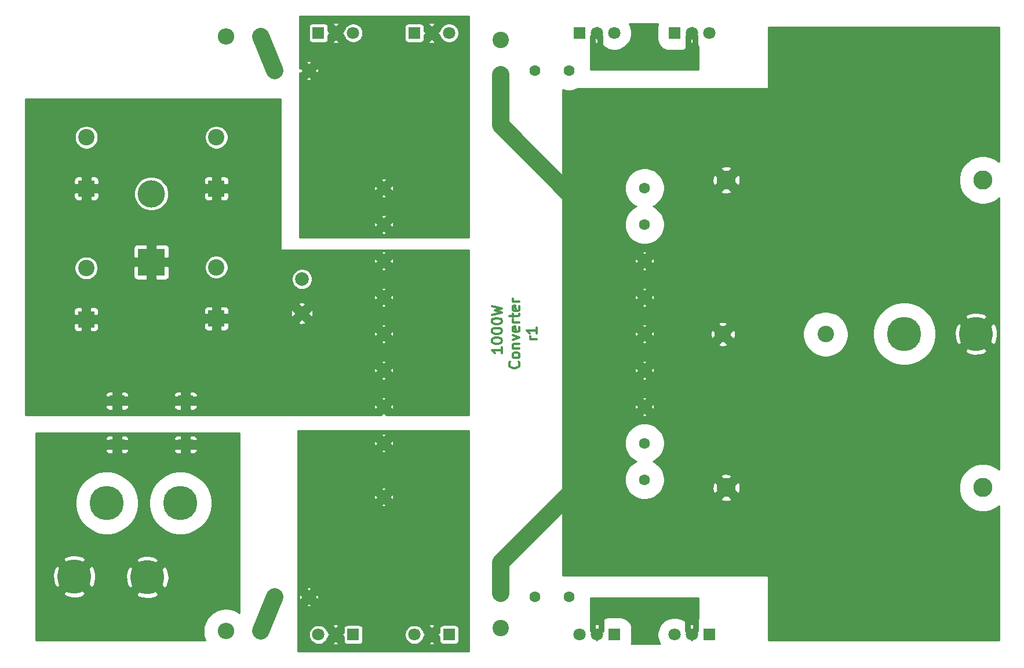
<source format=gbr>
G04 #@! TF.GenerationSoftware,KiCad,Pcbnew,(5.1.2)-1*
G04 #@! TF.CreationDate,2019-07-12T20:41:11-07:00*
G04 #@! TF.ProjectId,1000WConverter_r1_pwr,31303030-5743-46f6-9e76-65727465725f,rev?*
G04 #@! TF.SameCoordinates,Original*
G04 #@! TF.FileFunction,Copper,L4,Bot*
G04 #@! TF.FilePolarity,Positive*
%FSLAX46Y46*%
G04 Gerber Fmt 4.6, Leading zero omitted, Abs format (unit mm)*
G04 Created by KiCad (PCBNEW (5.1.2)-1) date 2019-07-12 20:41:11*
%MOMM*%
%LPD*%
G04 APERTURE LIST*
%ADD10C,0.300000*%
%ADD11R,2.400000X2.400000*%
%ADD12C,2.400000*%
%ADD13O,2.400000X2.400000*%
%ADD14C,1.600000*%
%ADD15C,1.800000*%
%ADD16R,1.800000X1.800000*%
%ADD17C,2.000000*%
%ADD18C,2.800000*%
%ADD19C,5.000000*%
%ADD20R,2.200000X1.500000*%
%ADD21C,4.000000*%
%ADD22R,4.000000X4.000000*%
%ADD23C,2.540000*%
%ADD24C,0.863600*%
%ADD25C,0.254000*%
G04 APERTURE END LIST*
D10*
X-1771428Y-2000000D02*
X-1771428Y-2857142D01*
X-1771428Y-2428571D02*
X-3271428Y-2428571D01*
X-3057142Y-2571428D01*
X-2914285Y-2714285D01*
X-2842857Y-2857142D01*
X-3271428Y-1071428D02*
X-3271428Y-928571D01*
X-3200000Y-785714D01*
X-3128571Y-714285D01*
X-2985714Y-642857D01*
X-2700000Y-571428D01*
X-2342857Y-571428D01*
X-2057142Y-642857D01*
X-1914285Y-714285D01*
X-1842857Y-785714D01*
X-1771428Y-928571D01*
X-1771428Y-1071428D01*
X-1842857Y-1214285D01*
X-1914285Y-1285714D01*
X-2057142Y-1357142D01*
X-2342857Y-1428571D01*
X-2700000Y-1428571D01*
X-2985714Y-1357142D01*
X-3128571Y-1285714D01*
X-3200000Y-1214285D01*
X-3271428Y-1071428D01*
X-3271428Y357142D02*
X-3271428Y499999D01*
X-3200000Y642857D01*
X-3128571Y714285D01*
X-2985714Y785714D01*
X-2700000Y857142D01*
X-2342857Y857142D01*
X-2057142Y785714D01*
X-1914285Y714285D01*
X-1842857Y642857D01*
X-1771428Y499999D01*
X-1771428Y357142D01*
X-1842857Y214285D01*
X-1914285Y142857D01*
X-2057142Y71428D01*
X-2342857Y0D01*
X-2700000Y0D01*
X-2985714Y71428D01*
X-3128571Y142857D01*
X-3200000Y214285D01*
X-3271428Y357142D01*
X-3271428Y1785714D02*
X-3271428Y1928571D01*
X-3200000Y2071428D01*
X-3128571Y2142857D01*
X-2985714Y2214285D01*
X-2700000Y2285714D01*
X-2342857Y2285714D01*
X-2057142Y2214285D01*
X-1914285Y2142857D01*
X-1842857Y2071428D01*
X-1771428Y1928571D01*
X-1771428Y1785714D01*
X-1842857Y1642857D01*
X-1914285Y1571428D01*
X-2057142Y1499999D01*
X-2342857Y1428571D01*
X-2700000Y1428571D01*
X-2985714Y1499999D01*
X-3128571Y1571428D01*
X-3200000Y1642857D01*
X-3271428Y1785714D01*
X-3271428Y2785714D02*
X-1771428Y3142857D01*
X-2842857Y3428571D01*
X-1771428Y3714285D01*
X-3271428Y4071428D01*
X635714Y-4107142D02*
X707142Y-4178571D01*
X778571Y-4392857D01*
X778571Y-4535714D01*
X707142Y-4750000D01*
X564285Y-4892857D01*
X421428Y-4964285D01*
X135714Y-5035714D01*
X-78571Y-5035714D01*
X-364285Y-4964285D01*
X-507142Y-4892857D01*
X-650000Y-4750000D01*
X-721428Y-4535714D01*
X-721428Y-4392857D01*
X-650000Y-4178571D01*
X-578571Y-4107142D01*
X778571Y-3249999D02*
X707142Y-3392857D01*
X635714Y-3464285D01*
X492857Y-3535714D01*
X64285Y-3535714D01*
X-78571Y-3464285D01*
X-150000Y-3392857D01*
X-221428Y-3249999D01*
X-221428Y-3035714D01*
X-150000Y-2892857D01*
X-78571Y-2821428D01*
X64285Y-2749999D01*
X492857Y-2749999D01*
X635714Y-2821428D01*
X707142Y-2892857D01*
X778571Y-3035714D01*
X778571Y-3249999D01*
X-221428Y-2107142D02*
X778571Y-2107142D01*
X-78571Y-2107142D02*
X-150000Y-2035714D01*
X-221428Y-1892857D01*
X-221428Y-1678571D01*
X-150000Y-1535714D01*
X-7142Y-1464285D01*
X778571Y-1464285D01*
X-221428Y-892857D02*
X778571Y-535714D01*
X-221428Y-178571D01*
X707142Y964285D02*
X778571Y821428D01*
X778571Y535714D01*
X707142Y392857D01*
X564285Y321428D01*
X-7142Y321428D01*
X-149999Y392857D01*
X-221428Y535714D01*
X-221428Y821428D01*
X-149999Y964285D01*
X-7142Y1035714D01*
X135714Y1035714D01*
X278571Y321428D01*
X778571Y1678571D02*
X-221428Y1678571D01*
X64285Y1678571D02*
X-78571Y1750000D01*
X-149999Y1821428D01*
X-221428Y1964285D01*
X-221428Y2107142D01*
X-221428Y2392857D02*
X-221428Y2964285D01*
X-721428Y2607142D02*
X564285Y2607142D01*
X707142Y2678571D01*
X778571Y2821428D01*
X778571Y2964285D01*
X707142Y4035714D02*
X778571Y3892857D01*
X778571Y3607142D01*
X707142Y3464285D01*
X564285Y3392857D01*
X-7142Y3392857D01*
X-149999Y3464285D01*
X-221428Y3607142D01*
X-221428Y3892857D01*
X-149999Y4035714D01*
X-7142Y4107142D01*
X135714Y4107142D01*
X278571Y3392857D01*
X778571Y4749999D02*
X-221428Y4749999D01*
X64285Y4749999D02*
X-78571Y4821428D01*
X-149999Y4892857D01*
X-221428Y5035714D01*
X-221428Y5178571D01*
X3328571Y-821428D02*
X2328571Y-821428D01*
X2614285Y-821428D02*
X2471428Y-750000D01*
X2400000Y-678571D01*
X2328571Y-535714D01*
X2328571Y-392857D01*
X3328571Y892857D02*
X3328571Y35714D01*
X3328571Y464285D02*
X1828571Y464285D01*
X2042857Y321428D01*
X2185714Y178571D01*
X2257142Y35714D01*
D11*
X-43500000Y21250000D03*
D12*
X-43500000Y28750000D03*
X-62500000Y28750000D03*
D11*
X-62500000Y21250000D03*
X-43500000Y2250000D03*
D12*
X-43500000Y9750000D03*
X-62522499Y9625002D03*
D11*
X-62522499Y2125002D03*
D13*
X-2000000Y-37920000D03*
D12*
X-2000000Y-43000000D03*
X-2000000Y43000000D03*
D13*
X-2000000Y37920000D03*
D14*
X-19050000Y-23860000D03*
X19050000Y-21320000D03*
X19050000Y21320000D03*
X19050000Y15990000D03*
X19050000Y10660000D03*
X19050000Y5330000D03*
X19050000Y-15990000D03*
X19050000Y-10660000D03*
X19050000Y-5330000D03*
X19050000Y0D03*
X-19050000Y0D03*
X-19050000Y-5330000D03*
X-19050000Y-10660000D03*
X-19050000Y-15990000D03*
X-19050000Y5330000D03*
X-19050000Y10660000D03*
X-19050000Y15990000D03*
X-19050000Y21320000D03*
D15*
X28540000Y44000000D03*
D16*
X23460000Y44000000D03*
D15*
X26000000Y44000000D03*
X12100000Y44000000D03*
D16*
X9560000Y44000000D03*
D15*
X14640000Y44000000D03*
X9560000Y-44000000D03*
D16*
X14640000Y-44000000D03*
D15*
X12100000Y-44000000D03*
X26000000Y-44000000D03*
D16*
X28540000Y-44000000D03*
D15*
X23460000Y-44000000D03*
X-9510000Y44000000D03*
D16*
X-14590000Y44000000D03*
D15*
X-12050000Y44000000D03*
X-26050000Y44000000D03*
D16*
X-28590000Y44000000D03*
D15*
X-23510000Y44000000D03*
D17*
X-31000000Y3000000D03*
X-31000000Y8000000D03*
D12*
X45500000Y-50000D03*
X30500000Y-50000D03*
D18*
X31000000Y-22500000D03*
X68500000Y-22500000D03*
X31000000Y22500000D03*
X68500000Y22500000D03*
D19*
X57000000Y0D03*
X67500000Y0D03*
D20*
X-58000000Y-16200000D03*
X-58000000Y-9800000D03*
D21*
X-53000000Y20500000D03*
D22*
X-53000000Y10500000D03*
D15*
X-14590000Y-44000000D03*
D16*
X-9510000Y-44000000D03*
D15*
X-12050000Y-44000000D03*
X-26050000Y-44000000D03*
D16*
X-23510000Y-44000000D03*
D15*
X-28590000Y-44000000D03*
D20*
X-48000000Y-9800000D03*
X-48000000Y-16200000D03*
D14*
X-30000000Y38500000D03*
X-35000000Y38500000D03*
X-35000000Y-38500000D03*
X-30000000Y-38500000D03*
X8000000Y38500000D03*
X3000000Y38500000D03*
X3000000Y-38500000D03*
X8000000Y-38500000D03*
D13*
X-42080000Y-43500000D03*
D12*
X-37000000Y-43500000D03*
D13*
X-42080000Y43500000D03*
D12*
X-37000000Y43500000D03*
D19*
X-64250000Y-35500000D03*
X-59500000Y-24750000D03*
X-53569998Y-35587499D03*
X-48750000Y-24750000D03*
D23*
X-2000000Y-37920000D02*
X-2000000Y-33500000D01*
X-2000000Y-33500000D02*
X10000000Y-21500000D01*
X-2000000Y37920000D02*
X-2000000Y31500000D01*
X-2000000Y31500000D02*
X-2000000Y30500000D01*
X-2000000Y30500000D02*
X9000000Y19500000D01*
D24*
X-12050000Y44000000D02*
X-12800000Y43250000D01*
X-12800000Y43250000D02*
X-12800000Y42100000D01*
X-12800000Y42100000D02*
X-12800000Y40350000D01*
X-12050000Y44000000D02*
X-11300000Y43250000D01*
X-11300000Y43250000D02*
X-11300000Y42200000D01*
X-11300000Y42200000D02*
X-11300000Y40350000D01*
X-12800000Y42100000D02*
X-11300000Y42100000D01*
X-11400000Y42200000D02*
X-11300000Y42200000D01*
X-11300000Y42100000D02*
X-11400000Y42200000D01*
X-12800000Y42100000D02*
X-12000000Y41300000D01*
X26000000Y-44000000D02*
X26600000Y-43400000D01*
X26600000Y-43400000D02*
X26600000Y-40800000D01*
X26000000Y-44000000D02*
X25400000Y-43400000D01*
X25400000Y-43400000D02*
X25400000Y-41200000D01*
X12100000Y-44000000D02*
X11500000Y-43400000D01*
X11500000Y-43400000D02*
X11500000Y-41000000D01*
X12100000Y-44000000D02*
X12750000Y-43350000D01*
X12750000Y-43350000D02*
X12750000Y-41000000D01*
X12100000Y44000000D02*
X11500000Y43400000D01*
X11500000Y43400000D02*
X11500000Y40400000D01*
X12100000Y44000000D02*
X12600000Y43500000D01*
X12600000Y43500000D02*
X12600000Y40500000D01*
X26000000Y44000000D02*
X26500000Y43500000D01*
X26500000Y43500000D02*
X26500000Y41100000D01*
X26000000Y44000000D02*
X25500000Y43500000D01*
X25500000Y43500000D02*
X25500000Y40500000D01*
D23*
X-35000000Y38500000D02*
X-37000000Y43500000D01*
X-35000000Y-38500000D02*
X-37000000Y-43500000D01*
D25*
G36*
X-6577000Y14127000D02*
G01*
X-31373000Y14127000D01*
X-31373000Y14777735D01*
X-19451920Y14777735D01*
X-19359042Y14589794D01*
X-19079937Y14556407D01*
X-18799682Y14578114D01*
X-18740958Y14589794D01*
X-18648080Y14777735D01*
X-19050000Y15179656D01*
X-19451920Y14777735D01*
X-31373000Y14777735D01*
X-31373000Y16019937D01*
X-20483593Y16019937D01*
X-20461886Y15739682D01*
X-20450206Y15680958D01*
X-20262265Y15588080D01*
X-19860344Y15990000D01*
X-18239656Y15990000D01*
X-17837735Y15588080D01*
X-17649794Y15680958D01*
X-17616407Y15960063D01*
X-17638114Y16240318D01*
X-17649794Y16299042D01*
X-17837735Y16391920D01*
X-18239656Y15990000D01*
X-19860344Y15990000D01*
X-20262265Y16391920D01*
X-20450206Y16299042D01*
X-20483593Y16019937D01*
X-31373000Y16019937D01*
X-31373000Y17202265D01*
X-19451920Y17202265D01*
X-19050000Y16800344D01*
X-18648080Y17202265D01*
X-18740958Y17390206D01*
X-19020063Y17423593D01*
X-19300318Y17401886D01*
X-19359042Y17390206D01*
X-19451920Y17202265D01*
X-31373000Y17202265D01*
X-31373000Y20107735D01*
X-19451920Y20107735D01*
X-19359042Y19919794D01*
X-19079937Y19886407D01*
X-18799682Y19908114D01*
X-18740958Y19919794D01*
X-18648080Y20107735D01*
X-19050000Y20509656D01*
X-19451920Y20107735D01*
X-31373000Y20107735D01*
X-31373000Y21349937D01*
X-20483593Y21349937D01*
X-20461886Y21069682D01*
X-20450206Y21010958D01*
X-20262265Y20918080D01*
X-19860344Y21320000D01*
X-18239656Y21320000D01*
X-17837735Y20918080D01*
X-17649794Y21010958D01*
X-17616407Y21290063D01*
X-17638114Y21570318D01*
X-17649794Y21629042D01*
X-17837735Y21721920D01*
X-18239656Y21320000D01*
X-19860344Y21320000D01*
X-20262265Y21721920D01*
X-20450206Y21629042D01*
X-20483593Y21349937D01*
X-31373000Y21349937D01*
X-31373000Y22532265D01*
X-19451920Y22532265D01*
X-19050000Y22130344D01*
X-18648080Y22532265D01*
X-18740958Y22720206D01*
X-19020063Y22753593D01*
X-19300318Y22731886D01*
X-19359042Y22720206D01*
X-19451920Y22532265D01*
X-31373000Y22532265D01*
X-31373000Y37287735D01*
X-30401920Y37287735D01*
X-30309042Y37099794D01*
X-30029937Y37066407D01*
X-29749682Y37088114D01*
X-29690958Y37099794D01*
X-29598080Y37287735D01*
X-30000000Y37689656D01*
X-30401920Y37287735D01*
X-31373000Y37287735D01*
X-31373000Y38177513D01*
X-31212265Y38098080D01*
X-30810344Y38500000D01*
X-29189656Y38500000D01*
X-28787735Y38098080D01*
X-28599794Y38190958D01*
X-28566407Y38470063D01*
X-28588114Y38750318D01*
X-28599794Y38809042D01*
X-28787735Y38901920D01*
X-29189656Y38500000D01*
X-30810344Y38500000D01*
X-31212265Y38901920D01*
X-31373000Y38822487D01*
X-31373000Y39712265D01*
X-30401920Y39712265D01*
X-30000000Y39310344D01*
X-29598080Y39712265D01*
X-29690958Y39900206D01*
X-29970063Y39933593D01*
X-30250318Y39911886D01*
X-30309042Y39900206D01*
X-30401920Y39712265D01*
X-31373000Y39712265D01*
X-31373000Y44900000D01*
X-30019549Y44900000D01*
X-30019549Y43100000D01*
X-30009374Y42996690D01*
X-29979239Y42897350D01*
X-29930304Y42805798D01*
X-29864448Y42725552D01*
X-29784202Y42659696D01*
X-29692650Y42610761D01*
X-29593310Y42580626D01*
X-29490000Y42570451D01*
X-27690000Y42570451D01*
X-27586690Y42580626D01*
X-27487350Y42610761D01*
X-27395798Y42659696D01*
X-27335782Y42708950D01*
X-26530706Y42708950D01*
X-26423077Y42511657D01*
X-26125548Y42467471D01*
X-25825115Y42482180D01*
X-25676923Y42511657D01*
X-25569294Y42708950D01*
X-26050000Y43189656D01*
X-26530706Y42708950D01*
X-27335782Y42708950D01*
X-27315552Y42725552D01*
X-27249696Y42805798D01*
X-27200761Y42897350D01*
X-27170626Y42996690D01*
X-27160451Y43100000D01*
X-27160451Y43699893D01*
X-26860344Y44000000D01*
X-25239656Y44000000D01*
X-24896749Y43657093D01*
X-24882162Y43583759D01*
X-24774591Y43324062D01*
X-24618424Y43090340D01*
X-24419660Y42891576D01*
X-24185938Y42735409D01*
X-23926241Y42627838D01*
X-23650547Y42573000D01*
X-23369453Y42573000D01*
X-23093759Y42627838D01*
X-22834062Y42735409D01*
X-22600340Y42891576D01*
X-22401576Y43090340D01*
X-22245409Y43324062D01*
X-22137838Y43583759D01*
X-22083000Y43859453D01*
X-22083000Y44140547D01*
X-22137838Y44416241D01*
X-22245409Y44675938D01*
X-22395121Y44900000D01*
X-16019549Y44900000D01*
X-16019549Y43100000D01*
X-16009374Y42996690D01*
X-15979239Y42897350D01*
X-15930304Y42805798D01*
X-15864448Y42725552D01*
X-15784202Y42659696D01*
X-15692650Y42610761D01*
X-15593310Y42580626D01*
X-15490000Y42570451D01*
X-13690000Y42570451D01*
X-13586690Y42580626D01*
X-13487350Y42610761D01*
X-13395798Y42659696D01*
X-13335782Y42708950D01*
X-12530706Y42708950D01*
X-12423077Y42511657D01*
X-12125548Y42467471D01*
X-11825115Y42482180D01*
X-11676923Y42511657D01*
X-11569294Y42708950D01*
X-12050000Y43189656D01*
X-12530706Y42708950D01*
X-13335782Y42708950D01*
X-13315552Y42725552D01*
X-13249696Y42805798D01*
X-13200761Y42897350D01*
X-13170626Y42996690D01*
X-13160451Y43100000D01*
X-13160451Y43699893D01*
X-12860344Y44000000D01*
X-11239656Y44000000D01*
X-10896749Y43657093D01*
X-10882162Y43583759D01*
X-10774591Y43324062D01*
X-10618424Y43090340D01*
X-10419660Y42891576D01*
X-10185938Y42735409D01*
X-9926241Y42627838D01*
X-9650547Y42573000D01*
X-9369453Y42573000D01*
X-9093759Y42627838D01*
X-8834062Y42735409D01*
X-8600340Y42891576D01*
X-8401576Y43090340D01*
X-8245409Y43324062D01*
X-8137838Y43583759D01*
X-8083000Y43859453D01*
X-8083000Y44140547D01*
X-8137838Y44416241D01*
X-8245409Y44675938D01*
X-8401576Y44909660D01*
X-8600340Y45108424D01*
X-8834062Y45264591D01*
X-9093759Y45372162D01*
X-9369453Y45427000D01*
X-9650547Y45427000D01*
X-9926241Y45372162D01*
X-10185938Y45264591D01*
X-10419660Y45108424D01*
X-10618424Y44909660D01*
X-10774591Y44675938D01*
X-10882162Y44416241D01*
X-10896749Y44342907D01*
X-11239656Y44000000D01*
X-12860344Y44000000D01*
X-13160451Y44300107D01*
X-13160451Y44900000D01*
X-13170626Y45003310D01*
X-13200761Y45102650D01*
X-13249696Y45194202D01*
X-13315552Y45274448D01*
X-13335781Y45291050D01*
X-12530706Y45291050D01*
X-12050000Y44810344D01*
X-11569294Y45291050D01*
X-11676923Y45488343D01*
X-11974452Y45532529D01*
X-12274885Y45517820D01*
X-12423077Y45488343D01*
X-12530706Y45291050D01*
X-13335781Y45291050D01*
X-13395798Y45340304D01*
X-13487350Y45389239D01*
X-13586690Y45419374D01*
X-13690000Y45429549D01*
X-15490000Y45429549D01*
X-15593310Y45419374D01*
X-15692650Y45389239D01*
X-15784202Y45340304D01*
X-15864448Y45274448D01*
X-15930304Y45194202D01*
X-15979239Y45102650D01*
X-16009374Y45003310D01*
X-16019549Y44900000D01*
X-22395121Y44900000D01*
X-22401576Y44909660D01*
X-22600340Y45108424D01*
X-22834062Y45264591D01*
X-23093759Y45372162D01*
X-23369453Y45427000D01*
X-23650547Y45427000D01*
X-23926241Y45372162D01*
X-24185938Y45264591D01*
X-24419660Y45108424D01*
X-24618424Y44909660D01*
X-24774591Y44675938D01*
X-24882162Y44416241D01*
X-24896749Y44342907D01*
X-25239656Y44000000D01*
X-26860344Y44000000D01*
X-27160451Y44300107D01*
X-27160451Y44900000D01*
X-27170626Y45003310D01*
X-27200761Y45102650D01*
X-27249696Y45194202D01*
X-27315552Y45274448D01*
X-27335781Y45291050D01*
X-26530706Y45291050D01*
X-26050000Y44810344D01*
X-25569294Y45291050D01*
X-25676923Y45488343D01*
X-25974452Y45532529D01*
X-26274885Y45517820D01*
X-26423077Y45488343D01*
X-26530706Y45291050D01*
X-27335781Y45291050D01*
X-27395798Y45340304D01*
X-27487350Y45389239D01*
X-27586690Y45419374D01*
X-27690000Y45429549D01*
X-29490000Y45429549D01*
X-29593310Y45419374D01*
X-29692650Y45389239D01*
X-29784202Y45340304D01*
X-29864448Y45274448D01*
X-29930304Y45194202D01*
X-29979239Y45102650D01*
X-30009374Y45003310D01*
X-30019549Y44900000D01*
X-31373000Y44900000D01*
X-31373000Y46423000D01*
X-6577000Y46423000D01*
X-6577000Y14127000D01*
X-6577000Y14127000D01*
G37*
X-6577000Y14127000D02*
X-31373000Y14127000D01*
X-31373000Y14777735D01*
X-19451920Y14777735D01*
X-19359042Y14589794D01*
X-19079937Y14556407D01*
X-18799682Y14578114D01*
X-18740958Y14589794D01*
X-18648080Y14777735D01*
X-19050000Y15179656D01*
X-19451920Y14777735D01*
X-31373000Y14777735D01*
X-31373000Y16019937D01*
X-20483593Y16019937D01*
X-20461886Y15739682D01*
X-20450206Y15680958D01*
X-20262265Y15588080D01*
X-19860344Y15990000D01*
X-18239656Y15990000D01*
X-17837735Y15588080D01*
X-17649794Y15680958D01*
X-17616407Y15960063D01*
X-17638114Y16240318D01*
X-17649794Y16299042D01*
X-17837735Y16391920D01*
X-18239656Y15990000D01*
X-19860344Y15990000D01*
X-20262265Y16391920D01*
X-20450206Y16299042D01*
X-20483593Y16019937D01*
X-31373000Y16019937D01*
X-31373000Y17202265D01*
X-19451920Y17202265D01*
X-19050000Y16800344D01*
X-18648080Y17202265D01*
X-18740958Y17390206D01*
X-19020063Y17423593D01*
X-19300318Y17401886D01*
X-19359042Y17390206D01*
X-19451920Y17202265D01*
X-31373000Y17202265D01*
X-31373000Y20107735D01*
X-19451920Y20107735D01*
X-19359042Y19919794D01*
X-19079937Y19886407D01*
X-18799682Y19908114D01*
X-18740958Y19919794D01*
X-18648080Y20107735D01*
X-19050000Y20509656D01*
X-19451920Y20107735D01*
X-31373000Y20107735D01*
X-31373000Y21349937D01*
X-20483593Y21349937D01*
X-20461886Y21069682D01*
X-20450206Y21010958D01*
X-20262265Y20918080D01*
X-19860344Y21320000D01*
X-18239656Y21320000D01*
X-17837735Y20918080D01*
X-17649794Y21010958D01*
X-17616407Y21290063D01*
X-17638114Y21570318D01*
X-17649794Y21629042D01*
X-17837735Y21721920D01*
X-18239656Y21320000D01*
X-19860344Y21320000D01*
X-20262265Y21721920D01*
X-20450206Y21629042D01*
X-20483593Y21349937D01*
X-31373000Y21349937D01*
X-31373000Y22532265D01*
X-19451920Y22532265D01*
X-19050000Y22130344D01*
X-18648080Y22532265D01*
X-18740958Y22720206D01*
X-19020063Y22753593D01*
X-19300318Y22731886D01*
X-19359042Y22720206D01*
X-19451920Y22532265D01*
X-31373000Y22532265D01*
X-31373000Y37287735D01*
X-30401920Y37287735D01*
X-30309042Y37099794D01*
X-30029937Y37066407D01*
X-29749682Y37088114D01*
X-29690958Y37099794D01*
X-29598080Y37287735D01*
X-30000000Y37689656D01*
X-30401920Y37287735D01*
X-31373000Y37287735D01*
X-31373000Y38177513D01*
X-31212265Y38098080D01*
X-30810344Y38500000D01*
X-29189656Y38500000D01*
X-28787735Y38098080D01*
X-28599794Y38190958D01*
X-28566407Y38470063D01*
X-28588114Y38750318D01*
X-28599794Y38809042D01*
X-28787735Y38901920D01*
X-29189656Y38500000D01*
X-30810344Y38500000D01*
X-31212265Y38901920D01*
X-31373000Y38822487D01*
X-31373000Y39712265D01*
X-30401920Y39712265D01*
X-30000000Y39310344D01*
X-29598080Y39712265D01*
X-29690958Y39900206D01*
X-29970063Y39933593D01*
X-30250318Y39911886D01*
X-30309042Y39900206D01*
X-30401920Y39712265D01*
X-31373000Y39712265D01*
X-31373000Y44900000D01*
X-30019549Y44900000D01*
X-30019549Y43100000D01*
X-30009374Y42996690D01*
X-29979239Y42897350D01*
X-29930304Y42805798D01*
X-29864448Y42725552D01*
X-29784202Y42659696D01*
X-29692650Y42610761D01*
X-29593310Y42580626D01*
X-29490000Y42570451D01*
X-27690000Y42570451D01*
X-27586690Y42580626D01*
X-27487350Y42610761D01*
X-27395798Y42659696D01*
X-27335782Y42708950D01*
X-26530706Y42708950D01*
X-26423077Y42511657D01*
X-26125548Y42467471D01*
X-25825115Y42482180D01*
X-25676923Y42511657D01*
X-25569294Y42708950D01*
X-26050000Y43189656D01*
X-26530706Y42708950D01*
X-27335782Y42708950D01*
X-27315552Y42725552D01*
X-27249696Y42805798D01*
X-27200761Y42897350D01*
X-27170626Y42996690D01*
X-27160451Y43100000D01*
X-27160451Y43699893D01*
X-26860344Y44000000D01*
X-25239656Y44000000D01*
X-24896749Y43657093D01*
X-24882162Y43583759D01*
X-24774591Y43324062D01*
X-24618424Y43090340D01*
X-24419660Y42891576D01*
X-24185938Y42735409D01*
X-23926241Y42627838D01*
X-23650547Y42573000D01*
X-23369453Y42573000D01*
X-23093759Y42627838D01*
X-22834062Y42735409D01*
X-22600340Y42891576D01*
X-22401576Y43090340D01*
X-22245409Y43324062D01*
X-22137838Y43583759D01*
X-22083000Y43859453D01*
X-22083000Y44140547D01*
X-22137838Y44416241D01*
X-22245409Y44675938D01*
X-22395121Y44900000D01*
X-16019549Y44900000D01*
X-16019549Y43100000D01*
X-16009374Y42996690D01*
X-15979239Y42897350D01*
X-15930304Y42805798D01*
X-15864448Y42725552D01*
X-15784202Y42659696D01*
X-15692650Y42610761D01*
X-15593310Y42580626D01*
X-15490000Y42570451D01*
X-13690000Y42570451D01*
X-13586690Y42580626D01*
X-13487350Y42610761D01*
X-13395798Y42659696D01*
X-13335782Y42708950D01*
X-12530706Y42708950D01*
X-12423077Y42511657D01*
X-12125548Y42467471D01*
X-11825115Y42482180D01*
X-11676923Y42511657D01*
X-11569294Y42708950D01*
X-12050000Y43189656D01*
X-12530706Y42708950D01*
X-13335782Y42708950D01*
X-13315552Y42725552D01*
X-13249696Y42805798D01*
X-13200761Y42897350D01*
X-13170626Y42996690D01*
X-13160451Y43100000D01*
X-13160451Y43699893D01*
X-12860344Y44000000D01*
X-11239656Y44000000D01*
X-10896749Y43657093D01*
X-10882162Y43583759D01*
X-10774591Y43324062D01*
X-10618424Y43090340D01*
X-10419660Y42891576D01*
X-10185938Y42735409D01*
X-9926241Y42627838D01*
X-9650547Y42573000D01*
X-9369453Y42573000D01*
X-9093759Y42627838D01*
X-8834062Y42735409D01*
X-8600340Y42891576D01*
X-8401576Y43090340D01*
X-8245409Y43324062D01*
X-8137838Y43583759D01*
X-8083000Y43859453D01*
X-8083000Y44140547D01*
X-8137838Y44416241D01*
X-8245409Y44675938D01*
X-8401576Y44909660D01*
X-8600340Y45108424D01*
X-8834062Y45264591D01*
X-9093759Y45372162D01*
X-9369453Y45427000D01*
X-9650547Y45427000D01*
X-9926241Y45372162D01*
X-10185938Y45264591D01*
X-10419660Y45108424D01*
X-10618424Y44909660D01*
X-10774591Y44675938D01*
X-10882162Y44416241D01*
X-10896749Y44342907D01*
X-11239656Y44000000D01*
X-12860344Y44000000D01*
X-13160451Y44300107D01*
X-13160451Y44900000D01*
X-13170626Y45003310D01*
X-13200761Y45102650D01*
X-13249696Y45194202D01*
X-13315552Y45274448D01*
X-13335781Y45291050D01*
X-12530706Y45291050D01*
X-12050000Y44810344D01*
X-11569294Y45291050D01*
X-11676923Y45488343D01*
X-11974452Y45532529D01*
X-12274885Y45517820D01*
X-12423077Y45488343D01*
X-12530706Y45291050D01*
X-13335781Y45291050D01*
X-13395798Y45340304D01*
X-13487350Y45389239D01*
X-13586690Y45419374D01*
X-13690000Y45429549D01*
X-15490000Y45429549D01*
X-15593310Y45419374D01*
X-15692650Y45389239D01*
X-15784202Y45340304D01*
X-15864448Y45274448D01*
X-15930304Y45194202D01*
X-15979239Y45102650D01*
X-16009374Y45003310D01*
X-16019549Y44900000D01*
X-22395121Y44900000D01*
X-22401576Y44909660D01*
X-22600340Y45108424D01*
X-22834062Y45264591D01*
X-23093759Y45372162D01*
X-23369453Y45427000D01*
X-23650547Y45427000D01*
X-23926241Y45372162D01*
X-24185938Y45264591D01*
X-24419660Y45108424D01*
X-24618424Y44909660D01*
X-24774591Y44675938D01*
X-24882162Y44416241D01*
X-24896749Y44342907D01*
X-25239656Y44000000D01*
X-26860344Y44000000D01*
X-27160451Y44300107D01*
X-27160451Y44900000D01*
X-27170626Y45003310D01*
X-27200761Y45102650D01*
X-27249696Y45194202D01*
X-27315552Y45274448D01*
X-27335781Y45291050D01*
X-26530706Y45291050D01*
X-26050000Y44810344D01*
X-25569294Y45291050D01*
X-25676923Y45488343D01*
X-25974452Y45532529D01*
X-26274885Y45517820D01*
X-26423077Y45488343D01*
X-26530706Y45291050D01*
X-27335781Y45291050D01*
X-27395798Y45340304D01*
X-27487350Y45389239D01*
X-27586690Y45419374D01*
X-27690000Y45429549D01*
X-29490000Y45429549D01*
X-29593310Y45419374D01*
X-29692650Y45389239D01*
X-29784202Y45340304D01*
X-29864448Y45274448D01*
X-29930304Y45194202D01*
X-29979239Y45102650D01*
X-30009374Y45003310D01*
X-30019549Y44900000D01*
X-31373000Y44900000D01*
X-31373000Y46423000D01*
X-6577000Y46423000D01*
X-6577000Y14127000D01*
G36*
X-6627000Y-46423000D02*
G01*
X-31573000Y-46423000D01*
X-31573000Y-43859453D01*
X-30017000Y-43859453D01*
X-30017000Y-44140547D01*
X-29962162Y-44416241D01*
X-29854591Y-44675938D01*
X-29698424Y-44909660D01*
X-29499660Y-45108424D01*
X-29265938Y-45264591D01*
X-29006241Y-45372162D01*
X-28730547Y-45427000D01*
X-28449453Y-45427000D01*
X-28173759Y-45372162D01*
X-27977940Y-45291050D01*
X-26530706Y-45291050D01*
X-26423077Y-45488343D01*
X-26125548Y-45532529D01*
X-25825115Y-45517820D01*
X-25676923Y-45488343D01*
X-25569294Y-45291050D01*
X-26050000Y-44810344D01*
X-26530706Y-45291050D01*
X-27977940Y-45291050D01*
X-27914062Y-45264591D01*
X-27680340Y-45108424D01*
X-27481576Y-44909660D01*
X-27325409Y-44675938D01*
X-27217838Y-44416241D01*
X-27203251Y-44342907D01*
X-26860344Y-44000000D01*
X-25239656Y-44000000D01*
X-24939549Y-44300107D01*
X-24939549Y-44900000D01*
X-24929374Y-45003310D01*
X-24899239Y-45102650D01*
X-24850304Y-45194202D01*
X-24784448Y-45274448D01*
X-24704202Y-45340304D01*
X-24612650Y-45389239D01*
X-24513310Y-45419374D01*
X-24410000Y-45429549D01*
X-22610000Y-45429549D01*
X-22506690Y-45419374D01*
X-22407350Y-45389239D01*
X-22315798Y-45340304D01*
X-22235552Y-45274448D01*
X-22169696Y-45194202D01*
X-22120761Y-45102650D01*
X-22090626Y-45003310D01*
X-22080451Y-44900000D01*
X-22080451Y-43859453D01*
X-16017000Y-43859453D01*
X-16017000Y-44140547D01*
X-15962162Y-44416241D01*
X-15854591Y-44675938D01*
X-15698424Y-44909660D01*
X-15499660Y-45108424D01*
X-15265938Y-45264591D01*
X-15006241Y-45372162D01*
X-14730547Y-45427000D01*
X-14449453Y-45427000D01*
X-14173759Y-45372162D01*
X-13977940Y-45291050D01*
X-12530706Y-45291050D01*
X-12423077Y-45488343D01*
X-12125548Y-45532529D01*
X-11825115Y-45517820D01*
X-11676923Y-45488343D01*
X-11569294Y-45291050D01*
X-12050000Y-44810344D01*
X-12530706Y-45291050D01*
X-13977940Y-45291050D01*
X-13914062Y-45264591D01*
X-13680340Y-45108424D01*
X-13481576Y-44909660D01*
X-13325409Y-44675938D01*
X-13217838Y-44416241D01*
X-13203251Y-44342907D01*
X-12860344Y-44000000D01*
X-11239656Y-44000000D01*
X-10939549Y-44300107D01*
X-10939549Y-44900000D01*
X-10929374Y-45003310D01*
X-10899239Y-45102650D01*
X-10850304Y-45194202D01*
X-10784448Y-45274448D01*
X-10704202Y-45340304D01*
X-10612650Y-45389239D01*
X-10513310Y-45419374D01*
X-10410000Y-45429549D01*
X-8610000Y-45429549D01*
X-8506690Y-45419374D01*
X-8407350Y-45389239D01*
X-8315798Y-45340304D01*
X-8235552Y-45274448D01*
X-8169696Y-45194202D01*
X-8120761Y-45102650D01*
X-8090626Y-45003310D01*
X-8080451Y-44900000D01*
X-8080451Y-43100000D01*
X-8090626Y-42996690D01*
X-8120761Y-42897350D01*
X-8169696Y-42805798D01*
X-8235552Y-42725552D01*
X-8315798Y-42659696D01*
X-8407350Y-42610761D01*
X-8506690Y-42580626D01*
X-8610000Y-42570451D01*
X-10410000Y-42570451D01*
X-10513310Y-42580626D01*
X-10612650Y-42610761D01*
X-10704202Y-42659696D01*
X-10784448Y-42725552D01*
X-10850304Y-42805798D01*
X-10899239Y-42897350D01*
X-10929374Y-42996690D01*
X-10939549Y-43100000D01*
X-10939549Y-43699893D01*
X-11239656Y-44000000D01*
X-12860344Y-44000000D01*
X-13203251Y-43657093D01*
X-13217838Y-43583759D01*
X-13325409Y-43324062D01*
X-13481576Y-43090340D01*
X-13680340Y-42891576D01*
X-13914062Y-42735409D01*
X-13977939Y-42708950D01*
X-12530706Y-42708950D01*
X-12050000Y-43189656D01*
X-11569294Y-42708950D01*
X-11676923Y-42511657D01*
X-11974452Y-42467471D01*
X-12274885Y-42482180D01*
X-12423077Y-42511657D01*
X-12530706Y-42708950D01*
X-13977939Y-42708950D01*
X-14173759Y-42627838D01*
X-14449453Y-42573000D01*
X-14730547Y-42573000D01*
X-15006241Y-42627838D01*
X-15265938Y-42735409D01*
X-15499660Y-42891576D01*
X-15698424Y-43090340D01*
X-15854591Y-43324062D01*
X-15962162Y-43583759D01*
X-16017000Y-43859453D01*
X-22080451Y-43859453D01*
X-22080451Y-43100000D01*
X-22090626Y-42996690D01*
X-22120761Y-42897350D01*
X-22169696Y-42805798D01*
X-22235552Y-42725552D01*
X-22315798Y-42659696D01*
X-22407350Y-42610761D01*
X-22506690Y-42580626D01*
X-22610000Y-42570451D01*
X-24410000Y-42570451D01*
X-24513310Y-42580626D01*
X-24612650Y-42610761D01*
X-24704202Y-42659696D01*
X-24784448Y-42725552D01*
X-24850304Y-42805798D01*
X-24899239Y-42897350D01*
X-24929374Y-42996690D01*
X-24939549Y-43100000D01*
X-24939549Y-43699893D01*
X-25239656Y-44000000D01*
X-26860344Y-44000000D01*
X-27203251Y-43657093D01*
X-27217838Y-43583759D01*
X-27325409Y-43324062D01*
X-27481576Y-43090340D01*
X-27680340Y-42891576D01*
X-27914062Y-42735409D01*
X-27977939Y-42708950D01*
X-26530706Y-42708950D01*
X-26050000Y-43189656D01*
X-25569294Y-42708950D01*
X-25676923Y-42511657D01*
X-25974452Y-42467471D01*
X-26274885Y-42482180D01*
X-26423077Y-42511657D01*
X-26530706Y-42708950D01*
X-27977939Y-42708950D01*
X-28173759Y-42627838D01*
X-28449453Y-42573000D01*
X-28730547Y-42573000D01*
X-29006241Y-42627838D01*
X-29265938Y-42735409D01*
X-29499660Y-42891576D01*
X-29698424Y-43090340D01*
X-29854591Y-43324062D01*
X-29962162Y-43583759D01*
X-30017000Y-43859453D01*
X-31573000Y-43859453D01*
X-31573000Y-39712265D01*
X-30401920Y-39712265D01*
X-30309042Y-39900206D01*
X-30029937Y-39933593D01*
X-29749682Y-39911886D01*
X-29690958Y-39900206D01*
X-29598080Y-39712265D01*
X-30000000Y-39310344D01*
X-30401920Y-39712265D01*
X-31573000Y-39712265D01*
X-31573000Y-38470063D01*
X-31433593Y-38470063D01*
X-31411886Y-38750318D01*
X-31400206Y-38809042D01*
X-31212265Y-38901920D01*
X-30810344Y-38500000D01*
X-29189656Y-38500000D01*
X-28787735Y-38901920D01*
X-28599794Y-38809042D01*
X-28566407Y-38529937D01*
X-28588114Y-38249682D01*
X-28599794Y-38190958D01*
X-28787735Y-38098080D01*
X-29189656Y-38500000D01*
X-30810344Y-38500000D01*
X-31212265Y-38098080D01*
X-31400206Y-38190958D01*
X-31433593Y-38470063D01*
X-31573000Y-38470063D01*
X-31573000Y-37287735D01*
X-30401920Y-37287735D01*
X-30000000Y-37689656D01*
X-29598080Y-37287735D01*
X-29690958Y-37099794D01*
X-29970063Y-37066407D01*
X-30250318Y-37088114D01*
X-30309042Y-37099794D01*
X-30401920Y-37287735D01*
X-31573000Y-37287735D01*
X-31573000Y-25072265D01*
X-19451920Y-25072265D01*
X-19359042Y-25260206D01*
X-19079937Y-25293593D01*
X-18799682Y-25271886D01*
X-18740958Y-25260206D01*
X-18648080Y-25072265D01*
X-19050000Y-24670344D01*
X-19451920Y-25072265D01*
X-31573000Y-25072265D01*
X-31573000Y-23830063D01*
X-20483593Y-23830063D01*
X-20461886Y-24110318D01*
X-20450206Y-24169042D01*
X-20262265Y-24261920D01*
X-19860344Y-23860000D01*
X-18239656Y-23860000D01*
X-17837735Y-24261920D01*
X-17649794Y-24169042D01*
X-17616407Y-23889937D01*
X-17638114Y-23609682D01*
X-17649794Y-23550958D01*
X-17837735Y-23458080D01*
X-18239656Y-23860000D01*
X-19860344Y-23860000D01*
X-20262265Y-23458080D01*
X-20450206Y-23550958D01*
X-20483593Y-23830063D01*
X-31573000Y-23830063D01*
X-31573000Y-22647735D01*
X-19451920Y-22647735D01*
X-19050000Y-23049656D01*
X-18648080Y-22647735D01*
X-18740958Y-22459794D01*
X-19020063Y-22426407D01*
X-19300318Y-22448114D01*
X-19359042Y-22459794D01*
X-19451920Y-22647735D01*
X-31573000Y-22647735D01*
X-31573000Y-17202265D01*
X-19451920Y-17202265D01*
X-19359042Y-17390206D01*
X-19079937Y-17423593D01*
X-18799682Y-17401886D01*
X-18740958Y-17390206D01*
X-18648080Y-17202265D01*
X-19050000Y-16800344D01*
X-19451920Y-17202265D01*
X-31573000Y-17202265D01*
X-31573000Y-15960063D01*
X-20483593Y-15960063D01*
X-20461886Y-16240318D01*
X-20450206Y-16299042D01*
X-20262265Y-16391920D01*
X-19860344Y-15990000D01*
X-18239656Y-15990000D01*
X-17837735Y-16391920D01*
X-17649794Y-16299042D01*
X-17616407Y-16019937D01*
X-17638114Y-15739682D01*
X-17649794Y-15680958D01*
X-17837735Y-15588080D01*
X-18239656Y-15990000D01*
X-19860344Y-15990000D01*
X-20262265Y-15588080D01*
X-20450206Y-15680958D01*
X-20483593Y-15960063D01*
X-31573000Y-15960063D01*
X-31573000Y-14777735D01*
X-19451920Y-14777735D01*
X-19050000Y-15179656D01*
X-18648080Y-14777735D01*
X-18740958Y-14589794D01*
X-19020063Y-14556407D01*
X-19300318Y-14578114D01*
X-19359042Y-14589794D01*
X-19451920Y-14777735D01*
X-31573000Y-14777735D01*
X-31573000Y-14127000D01*
X-6627000Y-14127000D01*
X-6627000Y-46423000D01*
X-6627000Y-46423000D01*
G37*
X-6627000Y-46423000D02*
X-31573000Y-46423000D01*
X-31573000Y-43859453D01*
X-30017000Y-43859453D01*
X-30017000Y-44140547D01*
X-29962162Y-44416241D01*
X-29854591Y-44675938D01*
X-29698424Y-44909660D01*
X-29499660Y-45108424D01*
X-29265938Y-45264591D01*
X-29006241Y-45372162D01*
X-28730547Y-45427000D01*
X-28449453Y-45427000D01*
X-28173759Y-45372162D01*
X-27977940Y-45291050D01*
X-26530706Y-45291050D01*
X-26423077Y-45488343D01*
X-26125548Y-45532529D01*
X-25825115Y-45517820D01*
X-25676923Y-45488343D01*
X-25569294Y-45291050D01*
X-26050000Y-44810344D01*
X-26530706Y-45291050D01*
X-27977940Y-45291050D01*
X-27914062Y-45264591D01*
X-27680340Y-45108424D01*
X-27481576Y-44909660D01*
X-27325409Y-44675938D01*
X-27217838Y-44416241D01*
X-27203251Y-44342907D01*
X-26860344Y-44000000D01*
X-25239656Y-44000000D01*
X-24939549Y-44300107D01*
X-24939549Y-44900000D01*
X-24929374Y-45003310D01*
X-24899239Y-45102650D01*
X-24850304Y-45194202D01*
X-24784448Y-45274448D01*
X-24704202Y-45340304D01*
X-24612650Y-45389239D01*
X-24513310Y-45419374D01*
X-24410000Y-45429549D01*
X-22610000Y-45429549D01*
X-22506690Y-45419374D01*
X-22407350Y-45389239D01*
X-22315798Y-45340304D01*
X-22235552Y-45274448D01*
X-22169696Y-45194202D01*
X-22120761Y-45102650D01*
X-22090626Y-45003310D01*
X-22080451Y-44900000D01*
X-22080451Y-43859453D01*
X-16017000Y-43859453D01*
X-16017000Y-44140547D01*
X-15962162Y-44416241D01*
X-15854591Y-44675938D01*
X-15698424Y-44909660D01*
X-15499660Y-45108424D01*
X-15265938Y-45264591D01*
X-15006241Y-45372162D01*
X-14730547Y-45427000D01*
X-14449453Y-45427000D01*
X-14173759Y-45372162D01*
X-13977940Y-45291050D01*
X-12530706Y-45291050D01*
X-12423077Y-45488343D01*
X-12125548Y-45532529D01*
X-11825115Y-45517820D01*
X-11676923Y-45488343D01*
X-11569294Y-45291050D01*
X-12050000Y-44810344D01*
X-12530706Y-45291050D01*
X-13977940Y-45291050D01*
X-13914062Y-45264591D01*
X-13680340Y-45108424D01*
X-13481576Y-44909660D01*
X-13325409Y-44675938D01*
X-13217838Y-44416241D01*
X-13203251Y-44342907D01*
X-12860344Y-44000000D01*
X-11239656Y-44000000D01*
X-10939549Y-44300107D01*
X-10939549Y-44900000D01*
X-10929374Y-45003310D01*
X-10899239Y-45102650D01*
X-10850304Y-45194202D01*
X-10784448Y-45274448D01*
X-10704202Y-45340304D01*
X-10612650Y-45389239D01*
X-10513310Y-45419374D01*
X-10410000Y-45429549D01*
X-8610000Y-45429549D01*
X-8506690Y-45419374D01*
X-8407350Y-45389239D01*
X-8315798Y-45340304D01*
X-8235552Y-45274448D01*
X-8169696Y-45194202D01*
X-8120761Y-45102650D01*
X-8090626Y-45003310D01*
X-8080451Y-44900000D01*
X-8080451Y-43100000D01*
X-8090626Y-42996690D01*
X-8120761Y-42897350D01*
X-8169696Y-42805798D01*
X-8235552Y-42725552D01*
X-8315798Y-42659696D01*
X-8407350Y-42610761D01*
X-8506690Y-42580626D01*
X-8610000Y-42570451D01*
X-10410000Y-42570451D01*
X-10513310Y-42580626D01*
X-10612650Y-42610761D01*
X-10704202Y-42659696D01*
X-10784448Y-42725552D01*
X-10850304Y-42805798D01*
X-10899239Y-42897350D01*
X-10929374Y-42996690D01*
X-10939549Y-43100000D01*
X-10939549Y-43699893D01*
X-11239656Y-44000000D01*
X-12860344Y-44000000D01*
X-13203251Y-43657093D01*
X-13217838Y-43583759D01*
X-13325409Y-43324062D01*
X-13481576Y-43090340D01*
X-13680340Y-42891576D01*
X-13914062Y-42735409D01*
X-13977939Y-42708950D01*
X-12530706Y-42708950D01*
X-12050000Y-43189656D01*
X-11569294Y-42708950D01*
X-11676923Y-42511657D01*
X-11974452Y-42467471D01*
X-12274885Y-42482180D01*
X-12423077Y-42511657D01*
X-12530706Y-42708950D01*
X-13977939Y-42708950D01*
X-14173759Y-42627838D01*
X-14449453Y-42573000D01*
X-14730547Y-42573000D01*
X-15006241Y-42627838D01*
X-15265938Y-42735409D01*
X-15499660Y-42891576D01*
X-15698424Y-43090340D01*
X-15854591Y-43324062D01*
X-15962162Y-43583759D01*
X-16017000Y-43859453D01*
X-22080451Y-43859453D01*
X-22080451Y-43100000D01*
X-22090626Y-42996690D01*
X-22120761Y-42897350D01*
X-22169696Y-42805798D01*
X-22235552Y-42725552D01*
X-22315798Y-42659696D01*
X-22407350Y-42610761D01*
X-22506690Y-42580626D01*
X-22610000Y-42570451D01*
X-24410000Y-42570451D01*
X-24513310Y-42580626D01*
X-24612650Y-42610761D01*
X-24704202Y-42659696D01*
X-24784448Y-42725552D01*
X-24850304Y-42805798D01*
X-24899239Y-42897350D01*
X-24929374Y-42996690D01*
X-24939549Y-43100000D01*
X-24939549Y-43699893D01*
X-25239656Y-44000000D01*
X-26860344Y-44000000D01*
X-27203251Y-43657093D01*
X-27217838Y-43583759D01*
X-27325409Y-43324062D01*
X-27481576Y-43090340D01*
X-27680340Y-42891576D01*
X-27914062Y-42735409D01*
X-27977939Y-42708950D01*
X-26530706Y-42708950D01*
X-26050000Y-43189656D01*
X-25569294Y-42708950D01*
X-25676923Y-42511657D01*
X-25974452Y-42467471D01*
X-26274885Y-42482180D01*
X-26423077Y-42511657D01*
X-26530706Y-42708950D01*
X-27977939Y-42708950D01*
X-28173759Y-42627838D01*
X-28449453Y-42573000D01*
X-28730547Y-42573000D01*
X-29006241Y-42627838D01*
X-29265938Y-42735409D01*
X-29499660Y-42891576D01*
X-29698424Y-43090340D01*
X-29854591Y-43324062D01*
X-29962162Y-43583759D01*
X-30017000Y-43859453D01*
X-31573000Y-43859453D01*
X-31573000Y-39712265D01*
X-30401920Y-39712265D01*
X-30309042Y-39900206D01*
X-30029937Y-39933593D01*
X-29749682Y-39911886D01*
X-29690958Y-39900206D01*
X-29598080Y-39712265D01*
X-30000000Y-39310344D01*
X-30401920Y-39712265D01*
X-31573000Y-39712265D01*
X-31573000Y-38470063D01*
X-31433593Y-38470063D01*
X-31411886Y-38750318D01*
X-31400206Y-38809042D01*
X-31212265Y-38901920D01*
X-30810344Y-38500000D01*
X-29189656Y-38500000D01*
X-28787735Y-38901920D01*
X-28599794Y-38809042D01*
X-28566407Y-38529937D01*
X-28588114Y-38249682D01*
X-28599794Y-38190958D01*
X-28787735Y-38098080D01*
X-29189656Y-38500000D01*
X-30810344Y-38500000D01*
X-31212265Y-38098080D01*
X-31400206Y-38190958D01*
X-31433593Y-38470063D01*
X-31573000Y-38470063D01*
X-31573000Y-37287735D01*
X-30401920Y-37287735D01*
X-30000000Y-37689656D01*
X-29598080Y-37287735D01*
X-29690958Y-37099794D01*
X-29970063Y-37066407D01*
X-30250318Y-37088114D01*
X-30309042Y-37099794D01*
X-30401920Y-37287735D01*
X-31573000Y-37287735D01*
X-31573000Y-25072265D01*
X-19451920Y-25072265D01*
X-19359042Y-25260206D01*
X-19079937Y-25293593D01*
X-18799682Y-25271886D01*
X-18740958Y-25260206D01*
X-18648080Y-25072265D01*
X-19050000Y-24670344D01*
X-19451920Y-25072265D01*
X-31573000Y-25072265D01*
X-31573000Y-23830063D01*
X-20483593Y-23830063D01*
X-20461886Y-24110318D01*
X-20450206Y-24169042D01*
X-20262265Y-24261920D01*
X-19860344Y-23860000D01*
X-18239656Y-23860000D01*
X-17837735Y-24261920D01*
X-17649794Y-24169042D01*
X-17616407Y-23889937D01*
X-17638114Y-23609682D01*
X-17649794Y-23550958D01*
X-17837735Y-23458080D01*
X-18239656Y-23860000D01*
X-19860344Y-23860000D01*
X-20262265Y-23458080D01*
X-20450206Y-23550958D01*
X-20483593Y-23830063D01*
X-31573000Y-23830063D01*
X-31573000Y-22647735D01*
X-19451920Y-22647735D01*
X-19050000Y-23049656D01*
X-18648080Y-22647735D01*
X-18740958Y-22459794D01*
X-19020063Y-22426407D01*
X-19300318Y-22448114D01*
X-19359042Y-22459794D01*
X-19451920Y-22647735D01*
X-31573000Y-22647735D01*
X-31573000Y-17202265D01*
X-19451920Y-17202265D01*
X-19359042Y-17390206D01*
X-19079937Y-17423593D01*
X-18799682Y-17401886D01*
X-18740958Y-17390206D01*
X-18648080Y-17202265D01*
X-19050000Y-16800344D01*
X-19451920Y-17202265D01*
X-31573000Y-17202265D01*
X-31573000Y-15960063D01*
X-20483593Y-15960063D01*
X-20461886Y-16240318D01*
X-20450206Y-16299042D01*
X-20262265Y-16391920D01*
X-19860344Y-15990000D01*
X-18239656Y-15990000D01*
X-17837735Y-16391920D01*
X-17649794Y-16299042D01*
X-17616407Y-16019937D01*
X-17638114Y-15739682D01*
X-17649794Y-15680958D01*
X-17837735Y-15588080D01*
X-18239656Y-15990000D01*
X-19860344Y-15990000D01*
X-20262265Y-15588080D01*
X-20450206Y-15680958D01*
X-20483593Y-15960063D01*
X-31573000Y-15960063D01*
X-31573000Y-14777735D01*
X-19451920Y-14777735D01*
X-19050000Y-15179656D01*
X-18648080Y-14777735D01*
X-18740958Y-14589794D01*
X-19020063Y-14556407D01*
X-19300318Y-14578114D01*
X-19359042Y-14589794D01*
X-19451920Y-14777735D01*
X-31573000Y-14777735D01*
X-31573000Y-14127000D01*
X-6627000Y-14127000D01*
X-6627000Y-46423000D01*
G36*
X-34127000Y12400000D02*
G01*
X-34124560Y12375224D01*
X-34117333Y12351399D01*
X-34105597Y12329443D01*
X-34089803Y12310197D01*
X-34070557Y12294403D01*
X-34048601Y12282667D01*
X-34024776Y12275440D01*
X-34000000Y12273000D01*
X-6627000Y12273000D01*
X-6627000Y-11873000D01*
X-18648443Y-11873000D01*
X-18648080Y-11872265D01*
X-19050000Y-11470344D01*
X-19451920Y-11872265D01*
X-19451557Y-11873000D01*
X-71423000Y-11873000D01*
X-71423000Y-10550000D01*
X-59730034Y-10550000D01*
X-59717928Y-10672914D01*
X-59682076Y-10791104D01*
X-59623854Y-10900028D01*
X-59545501Y-10995501D01*
X-59450028Y-11073854D01*
X-59341104Y-11132076D01*
X-59222914Y-11167928D01*
X-59100000Y-11180034D01*
X-58729750Y-11177000D01*
X-58573000Y-11020250D01*
X-58573000Y-10373000D01*
X-57427000Y-10373000D01*
X-57427000Y-11020250D01*
X-57270250Y-11177000D01*
X-56900000Y-11180034D01*
X-56777086Y-11167928D01*
X-56658896Y-11132076D01*
X-56549972Y-11073854D01*
X-56454499Y-10995501D01*
X-56376146Y-10900028D01*
X-56317924Y-10791104D01*
X-56282072Y-10672914D01*
X-56269966Y-10550000D01*
X-49730034Y-10550000D01*
X-49717928Y-10672914D01*
X-49682076Y-10791104D01*
X-49623854Y-10900028D01*
X-49545501Y-10995501D01*
X-49450028Y-11073854D01*
X-49341104Y-11132076D01*
X-49222914Y-11167928D01*
X-49100000Y-11180034D01*
X-48729750Y-11177000D01*
X-48573000Y-11020250D01*
X-48573000Y-10373000D01*
X-47427000Y-10373000D01*
X-47427000Y-11020250D01*
X-47270250Y-11177000D01*
X-46900000Y-11180034D01*
X-46777086Y-11167928D01*
X-46658896Y-11132076D01*
X-46549972Y-11073854D01*
X-46454499Y-10995501D01*
X-46376146Y-10900028D01*
X-46317924Y-10791104D01*
X-46282072Y-10672914D01*
X-46277852Y-10630063D01*
X-20483593Y-10630063D01*
X-20461886Y-10910318D01*
X-20450206Y-10969042D01*
X-20262265Y-11061920D01*
X-19860344Y-10660000D01*
X-18239656Y-10660000D01*
X-17837735Y-11061920D01*
X-17649794Y-10969042D01*
X-17616407Y-10689937D01*
X-17638114Y-10409682D01*
X-17649794Y-10350958D01*
X-17837735Y-10258080D01*
X-18239656Y-10660000D01*
X-19860344Y-10660000D01*
X-20262265Y-10258080D01*
X-20450206Y-10350958D01*
X-20483593Y-10630063D01*
X-46277852Y-10630063D01*
X-46269966Y-10550000D01*
X-46273000Y-10529750D01*
X-46429750Y-10373000D01*
X-47427000Y-10373000D01*
X-48573000Y-10373000D01*
X-49570250Y-10373000D01*
X-49727000Y-10529750D01*
X-49730034Y-10550000D01*
X-56269966Y-10550000D01*
X-56273000Y-10529750D01*
X-56429750Y-10373000D01*
X-57427000Y-10373000D01*
X-58573000Y-10373000D01*
X-59570250Y-10373000D01*
X-59727000Y-10529750D01*
X-59730034Y-10550000D01*
X-71423000Y-10550000D01*
X-71423000Y-9447735D01*
X-19451920Y-9447735D01*
X-19050000Y-9849656D01*
X-18648080Y-9447735D01*
X-18740958Y-9259794D01*
X-19020063Y-9226407D01*
X-19300318Y-9248114D01*
X-19359042Y-9259794D01*
X-19451920Y-9447735D01*
X-71423000Y-9447735D01*
X-71423000Y-9050000D01*
X-59730034Y-9050000D01*
X-59727000Y-9070250D01*
X-59570250Y-9227000D01*
X-58573000Y-9227000D01*
X-58573000Y-8579750D01*
X-57427000Y-8579750D01*
X-57427000Y-9227000D01*
X-56429750Y-9227000D01*
X-56273000Y-9070250D01*
X-56269966Y-9050000D01*
X-49730034Y-9050000D01*
X-49727000Y-9070250D01*
X-49570250Y-9227000D01*
X-48573000Y-9227000D01*
X-48573000Y-8579750D01*
X-47427000Y-8579750D01*
X-47427000Y-9227000D01*
X-46429750Y-9227000D01*
X-46273000Y-9070250D01*
X-46269966Y-9050000D01*
X-46282072Y-8927086D01*
X-46317924Y-8808896D01*
X-46376146Y-8699972D01*
X-46454499Y-8604499D01*
X-46549972Y-8526146D01*
X-46658896Y-8467924D01*
X-46777086Y-8432072D01*
X-46900000Y-8419966D01*
X-47270250Y-8423000D01*
X-47427000Y-8579750D01*
X-48573000Y-8579750D01*
X-48729750Y-8423000D01*
X-49100000Y-8419966D01*
X-49222914Y-8432072D01*
X-49341104Y-8467924D01*
X-49450028Y-8526146D01*
X-49545501Y-8604499D01*
X-49623854Y-8699972D01*
X-49682076Y-8808896D01*
X-49717928Y-8927086D01*
X-49730034Y-9050000D01*
X-56269966Y-9050000D01*
X-56282072Y-8927086D01*
X-56317924Y-8808896D01*
X-56376146Y-8699972D01*
X-56454499Y-8604499D01*
X-56549972Y-8526146D01*
X-56658896Y-8467924D01*
X-56777086Y-8432072D01*
X-56900000Y-8419966D01*
X-57270250Y-8423000D01*
X-57427000Y-8579750D01*
X-58573000Y-8579750D01*
X-58729750Y-8423000D01*
X-59100000Y-8419966D01*
X-59222914Y-8432072D01*
X-59341104Y-8467924D01*
X-59450028Y-8526146D01*
X-59545501Y-8604499D01*
X-59623854Y-8699972D01*
X-59682076Y-8808896D01*
X-59717928Y-8927086D01*
X-59730034Y-9050000D01*
X-71423000Y-9050000D01*
X-71423000Y-6542265D01*
X-19451920Y-6542265D01*
X-19359042Y-6730206D01*
X-19079937Y-6763593D01*
X-18799682Y-6741886D01*
X-18740958Y-6730206D01*
X-18648080Y-6542265D01*
X-19050000Y-6140344D01*
X-19451920Y-6542265D01*
X-71423000Y-6542265D01*
X-71423000Y-5300063D01*
X-20483593Y-5300063D01*
X-20461886Y-5580318D01*
X-20450206Y-5639042D01*
X-20262265Y-5731920D01*
X-19860344Y-5330000D01*
X-18239656Y-5330000D01*
X-17837735Y-5731920D01*
X-17649794Y-5639042D01*
X-17616407Y-5359937D01*
X-17638114Y-5079682D01*
X-17649794Y-5020958D01*
X-17837735Y-4928080D01*
X-18239656Y-5330000D01*
X-19860344Y-5330000D01*
X-20262265Y-4928080D01*
X-20450206Y-5020958D01*
X-20483593Y-5300063D01*
X-71423000Y-5300063D01*
X-71423000Y-4117735D01*
X-19451920Y-4117735D01*
X-19050000Y-4519656D01*
X-18648080Y-4117735D01*
X-18740958Y-3929794D01*
X-19020063Y-3896407D01*
X-19300318Y-3918114D01*
X-19359042Y-3929794D01*
X-19451920Y-4117735D01*
X-71423000Y-4117735D01*
X-71423000Y-1212265D01*
X-19451920Y-1212265D01*
X-19359042Y-1400206D01*
X-19079937Y-1433593D01*
X-18799682Y-1411886D01*
X-18740958Y-1400206D01*
X-18648080Y-1212265D01*
X-19050000Y-810344D01*
X-19451920Y-1212265D01*
X-71423000Y-1212265D01*
X-71423000Y29937D01*
X-20483593Y29937D01*
X-20461886Y-250318D01*
X-20450206Y-309042D01*
X-20262265Y-401920D01*
X-19860344Y0D01*
X-18239656Y0D01*
X-17837735Y-401920D01*
X-17649794Y-309042D01*
X-17616407Y-29937D01*
X-17638114Y250318D01*
X-17649794Y309042D01*
X-17837735Y401920D01*
X-18239656Y0D01*
X-19860344Y0D01*
X-20262265Y401920D01*
X-20450206Y309042D01*
X-20483593Y29937D01*
X-71423000Y29937D01*
X-71423000Y925002D01*
X-64352533Y925002D01*
X-64340427Y802088D01*
X-64304575Y683898D01*
X-64246353Y574974D01*
X-64168000Y479501D01*
X-64072527Y401148D01*
X-63963603Y342926D01*
X-63845413Y307074D01*
X-63722499Y294968D01*
X-63252249Y298002D01*
X-63095499Y454752D01*
X-63095499Y1552002D01*
X-61949499Y1552002D01*
X-61949499Y454752D01*
X-61792749Y298002D01*
X-61322499Y294968D01*
X-61199585Y307074D01*
X-61081395Y342926D01*
X-60972471Y401148D01*
X-60876998Y479501D01*
X-60798645Y574974D01*
X-60740423Y683898D01*
X-60704571Y802088D01*
X-60692465Y925002D01*
X-60693271Y1050000D01*
X-45330034Y1050000D01*
X-45317928Y927086D01*
X-45282076Y808896D01*
X-45223854Y699972D01*
X-45145501Y604499D01*
X-45050028Y526146D01*
X-44941104Y467924D01*
X-44822914Y432072D01*
X-44700000Y419966D01*
X-44229750Y423000D01*
X-44073000Y579750D01*
X-44073000Y1677000D01*
X-42927000Y1677000D01*
X-42927000Y579750D01*
X-42770250Y423000D01*
X-42300000Y419966D01*
X-42177086Y432072D01*
X-42058896Y467924D01*
X-41949972Y526146D01*
X-41854499Y604499D01*
X-41776146Y699972D01*
X-41717924Y808896D01*
X-41682072Y927086D01*
X-41669966Y1050000D01*
X-41671012Y1212265D01*
X-19451920Y1212265D01*
X-19050000Y810344D01*
X-18648080Y1212265D01*
X-18740958Y1400206D01*
X-19020063Y1433593D01*
X-19300318Y1411886D01*
X-19359042Y1400206D01*
X-19451920Y1212265D01*
X-41671012Y1212265D01*
X-41673000Y1520250D01*
X-41784117Y1631367D01*
X-31558289Y1631367D01*
X-31436432Y1424457D01*
X-31120673Y1369587D01*
X-30800277Y1377373D01*
X-30563568Y1424457D01*
X-30441711Y1631367D01*
X-31000000Y2189656D01*
X-31558289Y1631367D01*
X-41784117Y1631367D01*
X-41829750Y1677000D01*
X-42927000Y1677000D01*
X-44073000Y1677000D01*
X-45170250Y1677000D01*
X-45327000Y1520250D01*
X-45330034Y1050000D01*
X-60693271Y1050000D01*
X-60695499Y1395252D01*
X-60852249Y1552002D01*
X-61949499Y1552002D01*
X-63095499Y1552002D01*
X-64192749Y1552002D01*
X-64349499Y1395252D01*
X-64352533Y925002D01*
X-71423000Y925002D01*
X-71423000Y3325002D01*
X-64352533Y3325002D01*
X-64349499Y2854752D01*
X-64192749Y2698002D01*
X-63095499Y2698002D01*
X-63095499Y3795252D01*
X-61949499Y3795252D01*
X-61949499Y2698002D01*
X-60852249Y2698002D01*
X-60695499Y2854752D01*
X-60692465Y3325002D01*
X-60704571Y3447916D01*
X-60705203Y3450000D01*
X-45330034Y3450000D01*
X-45327000Y2979750D01*
X-45170250Y2823000D01*
X-44073000Y2823000D01*
X-44073000Y3920250D01*
X-42927000Y3920250D01*
X-42927000Y2823000D01*
X-41829750Y2823000D01*
X-41673000Y2979750D01*
X-41672091Y3120673D01*
X-32630413Y3120673D01*
X-32622627Y2800277D01*
X-32575543Y2563568D01*
X-32368633Y2441711D01*
X-31810344Y3000000D01*
X-30189656Y3000000D01*
X-29631367Y2441711D01*
X-29424457Y2563568D01*
X-29369587Y2879327D01*
X-29377373Y3199723D01*
X-29424457Y3436432D01*
X-29631367Y3558289D01*
X-30189656Y3000000D01*
X-31810344Y3000000D01*
X-32368633Y3558289D01*
X-32575543Y3436432D01*
X-32630413Y3120673D01*
X-41672091Y3120673D01*
X-41669966Y3450000D01*
X-41682072Y3572914D01*
X-41717924Y3691104D01*
X-41776146Y3800028D01*
X-41854499Y3895501D01*
X-41949972Y3973854D01*
X-42058896Y4032076D01*
X-42177086Y4067928D01*
X-42300000Y4080034D01*
X-42770250Y4077000D01*
X-42927000Y3920250D01*
X-44073000Y3920250D01*
X-44229750Y4077000D01*
X-44700000Y4080034D01*
X-44822914Y4067928D01*
X-44941104Y4032076D01*
X-45050028Y3973854D01*
X-45145501Y3895501D01*
X-45223854Y3800028D01*
X-45282076Y3691104D01*
X-45317928Y3572914D01*
X-45330034Y3450000D01*
X-60705203Y3450000D01*
X-60740423Y3566106D01*
X-60798645Y3675030D01*
X-60876998Y3770503D01*
X-60972471Y3848856D01*
X-61081395Y3907078D01*
X-61199585Y3942930D01*
X-61322499Y3955036D01*
X-61792749Y3952002D01*
X-61949499Y3795252D01*
X-63095499Y3795252D01*
X-63252249Y3952002D01*
X-63722499Y3955036D01*
X-63845413Y3942930D01*
X-63963603Y3907078D01*
X-64072527Y3848856D01*
X-64168000Y3770503D01*
X-64246353Y3675030D01*
X-64304575Y3566106D01*
X-64340427Y3447916D01*
X-64352533Y3325002D01*
X-71423000Y3325002D01*
X-71423000Y4368633D01*
X-31558289Y4368633D01*
X-31000000Y3810344D01*
X-30692609Y4117735D01*
X-19451920Y4117735D01*
X-19359042Y3929794D01*
X-19079937Y3896407D01*
X-18799682Y3918114D01*
X-18740958Y3929794D01*
X-18648080Y4117735D01*
X-19050000Y4519656D01*
X-19451920Y4117735D01*
X-30692609Y4117735D01*
X-30441711Y4368633D01*
X-30563568Y4575543D01*
X-30879327Y4630413D01*
X-31199723Y4622627D01*
X-31436432Y4575543D01*
X-31558289Y4368633D01*
X-71423000Y4368633D01*
X-71423000Y5359937D01*
X-20483593Y5359937D01*
X-20461886Y5079682D01*
X-20450206Y5020958D01*
X-20262265Y4928080D01*
X-19860344Y5330000D01*
X-18239656Y5330000D01*
X-17837735Y4928080D01*
X-17649794Y5020958D01*
X-17616407Y5300063D01*
X-17638114Y5580318D01*
X-17649794Y5639042D01*
X-17837735Y5731920D01*
X-18239656Y5330000D01*
X-19860344Y5330000D01*
X-20262265Y5731920D01*
X-20450206Y5639042D01*
X-20483593Y5359937D01*
X-71423000Y5359937D01*
X-71423000Y9795097D01*
X-64249499Y9795097D01*
X-64249499Y9454907D01*
X-64183131Y9121255D01*
X-64052946Y8806961D01*
X-63863947Y8524104D01*
X-63623397Y8283554D01*
X-63340540Y8094555D01*
X-63026246Y7964370D01*
X-62692594Y7898002D01*
X-62352404Y7898002D01*
X-62018752Y7964370D01*
X-61704458Y8094555D01*
X-61421601Y8283554D01*
X-61205155Y8500000D01*
X-55630034Y8500000D01*
X-55617928Y8377086D01*
X-55582076Y8258896D01*
X-55523854Y8149972D01*
X-55445501Y8054499D01*
X-55350028Y7976146D01*
X-55241104Y7917924D01*
X-55122914Y7882072D01*
X-55000000Y7869966D01*
X-53729750Y7873000D01*
X-53573000Y8029750D01*
X-53573000Y9927000D01*
X-52427000Y9927000D01*
X-52427000Y8029750D01*
X-52270250Y7873000D01*
X-51000000Y7869966D01*
X-50877086Y7882072D01*
X-50758896Y7917924D01*
X-50649972Y7976146D01*
X-50554499Y8054499D01*
X-50476146Y8149972D01*
X-50417924Y8258896D01*
X-50382072Y8377086D01*
X-50369966Y8500000D01*
X-50373000Y9770250D01*
X-50522845Y9920095D01*
X-45227000Y9920095D01*
X-45227000Y9579905D01*
X-45160632Y9246253D01*
X-45030447Y8931959D01*
X-44841448Y8649102D01*
X-44600898Y8408552D01*
X-44318041Y8219553D01*
X-44003747Y8089368D01*
X-43670095Y8023000D01*
X-43329905Y8023000D01*
X-42996253Y8089368D01*
X-42848919Y8150396D01*
X-32527000Y8150396D01*
X-32527000Y7849604D01*
X-32468319Y7554590D01*
X-32353210Y7276694D01*
X-32186099Y7026594D01*
X-31973406Y6813901D01*
X-31723306Y6646790D01*
X-31445410Y6531681D01*
X-31150396Y6473000D01*
X-30849604Y6473000D01*
X-30554590Y6531681D01*
X-30529039Y6542265D01*
X-19451920Y6542265D01*
X-19050000Y6140344D01*
X-18648080Y6542265D01*
X-18740958Y6730206D01*
X-19020063Y6763593D01*
X-19300318Y6741886D01*
X-19359042Y6730206D01*
X-19451920Y6542265D01*
X-30529039Y6542265D01*
X-30276694Y6646790D01*
X-30026594Y6813901D01*
X-29813901Y7026594D01*
X-29646790Y7276694D01*
X-29531681Y7554590D01*
X-29473000Y7849604D01*
X-29473000Y8150396D01*
X-29531681Y8445410D01*
X-29646790Y8723306D01*
X-29813901Y8973406D01*
X-30026594Y9186099D01*
X-30276694Y9353210D01*
X-30504896Y9447735D01*
X-19451920Y9447735D01*
X-19359042Y9259794D01*
X-19079937Y9226407D01*
X-18799682Y9248114D01*
X-18740958Y9259794D01*
X-18648080Y9447735D01*
X-19050000Y9849656D01*
X-19451920Y9447735D01*
X-30504896Y9447735D01*
X-30554590Y9468319D01*
X-30849604Y9527000D01*
X-31150396Y9527000D01*
X-31445410Y9468319D01*
X-31723306Y9353210D01*
X-31973406Y9186099D01*
X-32186099Y8973406D01*
X-32353210Y8723306D01*
X-32468319Y8445410D01*
X-32527000Y8150396D01*
X-42848919Y8150396D01*
X-42681959Y8219553D01*
X-42399102Y8408552D01*
X-42158552Y8649102D01*
X-41969553Y8931959D01*
X-41839368Y9246253D01*
X-41773000Y9579905D01*
X-41773000Y9920095D01*
X-41839368Y10253747D01*
X-41969553Y10568041D01*
X-42051001Y10689937D01*
X-20483593Y10689937D01*
X-20461886Y10409682D01*
X-20450206Y10350958D01*
X-20262265Y10258080D01*
X-19860344Y10660000D01*
X-18239656Y10660000D01*
X-17837735Y10258080D01*
X-17649794Y10350958D01*
X-17616407Y10630063D01*
X-17638114Y10910318D01*
X-17649794Y10969042D01*
X-17837735Y11061920D01*
X-18239656Y10660000D01*
X-19860344Y10660000D01*
X-20262265Y11061920D01*
X-20450206Y10969042D01*
X-20483593Y10689937D01*
X-42051001Y10689937D01*
X-42158552Y10850898D01*
X-42399102Y11091448D01*
X-42681959Y11280447D01*
X-42996253Y11410632D01*
X-43329905Y11477000D01*
X-43670095Y11477000D01*
X-44003747Y11410632D01*
X-44318041Y11280447D01*
X-44600898Y11091448D01*
X-44841448Y10850898D01*
X-45030447Y10568041D01*
X-45160632Y10253747D01*
X-45227000Y9920095D01*
X-50522845Y9920095D01*
X-50529750Y9927000D01*
X-52427000Y9927000D01*
X-53573000Y9927000D01*
X-55470250Y9927000D01*
X-55627000Y9770250D01*
X-55630034Y8500000D01*
X-61205155Y8500000D01*
X-61181051Y8524104D01*
X-60992052Y8806961D01*
X-60861867Y9121255D01*
X-60795499Y9454907D01*
X-60795499Y9795097D01*
X-60861867Y10128749D01*
X-60992052Y10443043D01*
X-61181051Y10725900D01*
X-61421601Y10966450D01*
X-61704458Y11155449D01*
X-62018752Y11285634D01*
X-62352404Y11352002D01*
X-62692594Y11352002D01*
X-63026246Y11285634D01*
X-63340540Y11155449D01*
X-63623397Y10966450D01*
X-63863947Y10725900D01*
X-64052946Y10443043D01*
X-64183131Y10128749D01*
X-64249499Y9795097D01*
X-71423000Y9795097D01*
X-71423000Y12500000D01*
X-55630034Y12500000D01*
X-55627000Y11229750D01*
X-55470250Y11073000D01*
X-53573000Y11073000D01*
X-53573000Y12970250D01*
X-52427000Y12970250D01*
X-52427000Y11073000D01*
X-50529750Y11073000D01*
X-50373000Y11229750D01*
X-50371466Y11872265D01*
X-19451920Y11872265D01*
X-19050000Y11470344D01*
X-18648080Y11872265D01*
X-18740958Y12060206D01*
X-19020063Y12093593D01*
X-19300318Y12071886D01*
X-19359042Y12060206D01*
X-19451920Y11872265D01*
X-50371466Y11872265D01*
X-50369966Y12500000D01*
X-50382072Y12622914D01*
X-50417924Y12741104D01*
X-50476146Y12850028D01*
X-50554499Y12945501D01*
X-50649972Y13023854D01*
X-50758896Y13082076D01*
X-50877086Y13117928D01*
X-51000000Y13130034D01*
X-52270250Y13127000D01*
X-52427000Y12970250D01*
X-53573000Y12970250D01*
X-53729750Y13127000D01*
X-55000000Y13130034D01*
X-55122914Y13117928D01*
X-55241104Y13082076D01*
X-55350028Y13023854D01*
X-55445501Y12945501D01*
X-55523854Y12850028D01*
X-55582076Y12741104D01*
X-55617928Y12622914D01*
X-55630034Y12500000D01*
X-71423000Y12500000D01*
X-71423000Y20050000D01*
X-64330034Y20050000D01*
X-64317928Y19927086D01*
X-64282076Y19808896D01*
X-64223854Y19699972D01*
X-64145501Y19604499D01*
X-64050028Y19526146D01*
X-63941104Y19467924D01*
X-63822914Y19432072D01*
X-63700000Y19419966D01*
X-63229750Y19423000D01*
X-63073000Y19579750D01*
X-63073000Y20677000D01*
X-61927000Y20677000D01*
X-61927000Y19579750D01*
X-61770250Y19423000D01*
X-61300000Y19419966D01*
X-61177086Y19432072D01*
X-61058896Y19467924D01*
X-60949972Y19526146D01*
X-60854499Y19604499D01*
X-60776146Y19699972D01*
X-60717924Y19808896D01*
X-60682072Y19927086D01*
X-60669966Y20050000D01*
X-60673000Y20520250D01*
X-60829750Y20677000D01*
X-61927000Y20677000D01*
X-63073000Y20677000D01*
X-64170250Y20677000D01*
X-64327000Y20520250D01*
X-64330034Y20050000D01*
X-71423000Y20050000D01*
X-71423000Y20748888D01*
X-55527000Y20748888D01*
X-55527000Y20251112D01*
X-55429889Y19762901D01*
X-55239398Y19303017D01*
X-54962849Y18889131D01*
X-54610869Y18537151D01*
X-54196983Y18260602D01*
X-53737099Y18070111D01*
X-53248888Y17973000D01*
X-52751112Y17973000D01*
X-52262901Y18070111D01*
X-51803017Y18260602D01*
X-51389131Y18537151D01*
X-51037151Y18889131D01*
X-50760602Y19303017D01*
X-50570111Y19762901D01*
X-50513004Y20050000D01*
X-45330034Y20050000D01*
X-45317928Y19927086D01*
X-45282076Y19808896D01*
X-45223854Y19699972D01*
X-45145501Y19604499D01*
X-45050028Y19526146D01*
X-44941104Y19467924D01*
X-44822914Y19432072D01*
X-44700000Y19419966D01*
X-44229750Y19423000D01*
X-44073000Y19579750D01*
X-44073000Y20677000D01*
X-42927000Y20677000D01*
X-42927000Y19579750D01*
X-42770250Y19423000D01*
X-42300000Y19419966D01*
X-42177086Y19432072D01*
X-42058896Y19467924D01*
X-41949972Y19526146D01*
X-41854499Y19604499D01*
X-41776146Y19699972D01*
X-41717924Y19808896D01*
X-41682072Y19927086D01*
X-41669966Y20050000D01*
X-41673000Y20520250D01*
X-41829750Y20677000D01*
X-42927000Y20677000D01*
X-44073000Y20677000D01*
X-45170250Y20677000D01*
X-45327000Y20520250D01*
X-45330034Y20050000D01*
X-50513004Y20050000D01*
X-50473000Y20251112D01*
X-50473000Y20748888D01*
X-50570111Y21237099D01*
X-50760602Y21696983D01*
X-51037151Y22110869D01*
X-51376282Y22450000D01*
X-45330034Y22450000D01*
X-45327000Y21979750D01*
X-45170250Y21823000D01*
X-44073000Y21823000D01*
X-44073000Y22920250D01*
X-42927000Y22920250D01*
X-42927000Y21823000D01*
X-41829750Y21823000D01*
X-41673000Y21979750D01*
X-41669966Y22450000D01*
X-41682072Y22572914D01*
X-41717924Y22691104D01*
X-41776146Y22800028D01*
X-41854499Y22895501D01*
X-41949972Y22973854D01*
X-42058896Y23032076D01*
X-42177086Y23067928D01*
X-42300000Y23080034D01*
X-42770250Y23077000D01*
X-42927000Y22920250D01*
X-44073000Y22920250D01*
X-44229750Y23077000D01*
X-44700000Y23080034D01*
X-44822914Y23067928D01*
X-44941104Y23032076D01*
X-45050028Y22973854D01*
X-45145501Y22895501D01*
X-45223854Y22800028D01*
X-45282076Y22691104D01*
X-45317928Y22572914D01*
X-45330034Y22450000D01*
X-51376282Y22450000D01*
X-51389131Y22462849D01*
X-51803017Y22739398D01*
X-52262901Y22929889D01*
X-52751112Y23027000D01*
X-53248888Y23027000D01*
X-53737099Y22929889D01*
X-54196983Y22739398D01*
X-54610869Y22462849D01*
X-54962849Y22110869D01*
X-55239398Y21696983D01*
X-55429889Y21237099D01*
X-55527000Y20748888D01*
X-71423000Y20748888D01*
X-71423000Y22450000D01*
X-64330034Y22450000D01*
X-64327000Y21979750D01*
X-64170250Y21823000D01*
X-63073000Y21823000D01*
X-63073000Y22920250D01*
X-61927000Y22920250D01*
X-61927000Y21823000D01*
X-60829750Y21823000D01*
X-60673000Y21979750D01*
X-60669966Y22450000D01*
X-60682072Y22572914D01*
X-60717924Y22691104D01*
X-60776146Y22800028D01*
X-60854499Y22895501D01*
X-60949972Y22973854D01*
X-61058896Y23032076D01*
X-61177086Y23067928D01*
X-61300000Y23080034D01*
X-61770250Y23077000D01*
X-61927000Y22920250D01*
X-63073000Y22920250D01*
X-63229750Y23077000D01*
X-63700000Y23080034D01*
X-63822914Y23067928D01*
X-63941104Y23032076D01*
X-64050028Y22973854D01*
X-64145501Y22895501D01*
X-64223854Y22800028D01*
X-64282076Y22691104D01*
X-64317928Y22572914D01*
X-64330034Y22450000D01*
X-71423000Y22450000D01*
X-71423000Y28920095D01*
X-64227000Y28920095D01*
X-64227000Y28579905D01*
X-64160632Y28246253D01*
X-64030447Y27931959D01*
X-63841448Y27649102D01*
X-63600898Y27408552D01*
X-63318041Y27219553D01*
X-63003747Y27089368D01*
X-62670095Y27023000D01*
X-62329905Y27023000D01*
X-61996253Y27089368D01*
X-61681959Y27219553D01*
X-61399102Y27408552D01*
X-61158552Y27649102D01*
X-60969553Y27931959D01*
X-60839368Y28246253D01*
X-60773000Y28579905D01*
X-60773000Y28920095D01*
X-45227000Y28920095D01*
X-45227000Y28579905D01*
X-45160632Y28246253D01*
X-45030447Y27931959D01*
X-44841448Y27649102D01*
X-44600898Y27408552D01*
X-44318041Y27219553D01*
X-44003747Y27089368D01*
X-43670095Y27023000D01*
X-43329905Y27023000D01*
X-42996253Y27089368D01*
X-42681959Y27219553D01*
X-42399102Y27408552D01*
X-42158552Y27649102D01*
X-41969553Y27931959D01*
X-41839368Y28246253D01*
X-41773000Y28579905D01*
X-41773000Y28920095D01*
X-41839368Y29253747D01*
X-41969553Y29568041D01*
X-42158552Y29850898D01*
X-42399102Y30091448D01*
X-42681959Y30280447D01*
X-42996253Y30410632D01*
X-43329905Y30477000D01*
X-43670095Y30477000D01*
X-44003747Y30410632D01*
X-44318041Y30280447D01*
X-44600898Y30091448D01*
X-44841448Y29850898D01*
X-45030447Y29568041D01*
X-45160632Y29253747D01*
X-45227000Y28920095D01*
X-60773000Y28920095D01*
X-60839368Y29253747D01*
X-60969553Y29568041D01*
X-61158552Y29850898D01*
X-61399102Y30091448D01*
X-61681959Y30280447D01*
X-61996253Y30410632D01*
X-62329905Y30477000D01*
X-62670095Y30477000D01*
X-63003747Y30410632D01*
X-63318041Y30280447D01*
X-63600898Y30091448D01*
X-63841448Y29850898D01*
X-64030447Y29568041D01*
X-64160632Y29253747D01*
X-64227000Y28920095D01*
X-71423000Y28920095D01*
X-71423000Y34373000D01*
X-34127000Y34373000D01*
X-34127000Y12400000D01*
X-34127000Y12400000D01*
G37*
X-34127000Y12400000D02*
X-34124560Y12375224D01*
X-34117333Y12351399D01*
X-34105597Y12329443D01*
X-34089803Y12310197D01*
X-34070557Y12294403D01*
X-34048601Y12282667D01*
X-34024776Y12275440D01*
X-34000000Y12273000D01*
X-6627000Y12273000D01*
X-6627000Y-11873000D01*
X-18648443Y-11873000D01*
X-18648080Y-11872265D01*
X-19050000Y-11470344D01*
X-19451920Y-11872265D01*
X-19451557Y-11873000D01*
X-71423000Y-11873000D01*
X-71423000Y-10550000D01*
X-59730034Y-10550000D01*
X-59717928Y-10672914D01*
X-59682076Y-10791104D01*
X-59623854Y-10900028D01*
X-59545501Y-10995501D01*
X-59450028Y-11073854D01*
X-59341104Y-11132076D01*
X-59222914Y-11167928D01*
X-59100000Y-11180034D01*
X-58729750Y-11177000D01*
X-58573000Y-11020250D01*
X-58573000Y-10373000D01*
X-57427000Y-10373000D01*
X-57427000Y-11020250D01*
X-57270250Y-11177000D01*
X-56900000Y-11180034D01*
X-56777086Y-11167928D01*
X-56658896Y-11132076D01*
X-56549972Y-11073854D01*
X-56454499Y-10995501D01*
X-56376146Y-10900028D01*
X-56317924Y-10791104D01*
X-56282072Y-10672914D01*
X-56269966Y-10550000D01*
X-49730034Y-10550000D01*
X-49717928Y-10672914D01*
X-49682076Y-10791104D01*
X-49623854Y-10900028D01*
X-49545501Y-10995501D01*
X-49450028Y-11073854D01*
X-49341104Y-11132076D01*
X-49222914Y-11167928D01*
X-49100000Y-11180034D01*
X-48729750Y-11177000D01*
X-48573000Y-11020250D01*
X-48573000Y-10373000D01*
X-47427000Y-10373000D01*
X-47427000Y-11020250D01*
X-47270250Y-11177000D01*
X-46900000Y-11180034D01*
X-46777086Y-11167928D01*
X-46658896Y-11132076D01*
X-46549972Y-11073854D01*
X-46454499Y-10995501D01*
X-46376146Y-10900028D01*
X-46317924Y-10791104D01*
X-46282072Y-10672914D01*
X-46277852Y-10630063D01*
X-20483593Y-10630063D01*
X-20461886Y-10910318D01*
X-20450206Y-10969042D01*
X-20262265Y-11061920D01*
X-19860344Y-10660000D01*
X-18239656Y-10660000D01*
X-17837735Y-11061920D01*
X-17649794Y-10969042D01*
X-17616407Y-10689937D01*
X-17638114Y-10409682D01*
X-17649794Y-10350958D01*
X-17837735Y-10258080D01*
X-18239656Y-10660000D01*
X-19860344Y-10660000D01*
X-20262265Y-10258080D01*
X-20450206Y-10350958D01*
X-20483593Y-10630063D01*
X-46277852Y-10630063D01*
X-46269966Y-10550000D01*
X-46273000Y-10529750D01*
X-46429750Y-10373000D01*
X-47427000Y-10373000D01*
X-48573000Y-10373000D01*
X-49570250Y-10373000D01*
X-49727000Y-10529750D01*
X-49730034Y-10550000D01*
X-56269966Y-10550000D01*
X-56273000Y-10529750D01*
X-56429750Y-10373000D01*
X-57427000Y-10373000D01*
X-58573000Y-10373000D01*
X-59570250Y-10373000D01*
X-59727000Y-10529750D01*
X-59730034Y-10550000D01*
X-71423000Y-10550000D01*
X-71423000Y-9447735D01*
X-19451920Y-9447735D01*
X-19050000Y-9849656D01*
X-18648080Y-9447735D01*
X-18740958Y-9259794D01*
X-19020063Y-9226407D01*
X-19300318Y-9248114D01*
X-19359042Y-9259794D01*
X-19451920Y-9447735D01*
X-71423000Y-9447735D01*
X-71423000Y-9050000D01*
X-59730034Y-9050000D01*
X-59727000Y-9070250D01*
X-59570250Y-9227000D01*
X-58573000Y-9227000D01*
X-58573000Y-8579750D01*
X-57427000Y-8579750D01*
X-57427000Y-9227000D01*
X-56429750Y-9227000D01*
X-56273000Y-9070250D01*
X-56269966Y-9050000D01*
X-49730034Y-9050000D01*
X-49727000Y-9070250D01*
X-49570250Y-9227000D01*
X-48573000Y-9227000D01*
X-48573000Y-8579750D01*
X-47427000Y-8579750D01*
X-47427000Y-9227000D01*
X-46429750Y-9227000D01*
X-46273000Y-9070250D01*
X-46269966Y-9050000D01*
X-46282072Y-8927086D01*
X-46317924Y-8808896D01*
X-46376146Y-8699972D01*
X-46454499Y-8604499D01*
X-46549972Y-8526146D01*
X-46658896Y-8467924D01*
X-46777086Y-8432072D01*
X-46900000Y-8419966D01*
X-47270250Y-8423000D01*
X-47427000Y-8579750D01*
X-48573000Y-8579750D01*
X-48729750Y-8423000D01*
X-49100000Y-8419966D01*
X-49222914Y-8432072D01*
X-49341104Y-8467924D01*
X-49450028Y-8526146D01*
X-49545501Y-8604499D01*
X-49623854Y-8699972D01*
X-49682076Y-8808896D01*
X-49717928Y-8927086D01*
X-49730034Y-9050000D01*
X-56269966Y-9050000D01*
X-56282072Y-8927086D01*
X-56317924Y-8808896D01*
X-56376146Y-8699972D01*
X-56454499Y-8604499D01*
X-56549972Y-8526146D01*
X-56658896Y-8467924D01*
X-56777086Y-8432072D01*
X-56900000Y-8419966D01*
X-57270250Y-8423000D01*
X-57427000Y-8579750D01*
X-58573000Y-8579750D01*
X-58729750Y-8423000D01*
X-59100000Y-8419966D01*
X-59222914Y-8432072D01*
X-59341104Y-8467924D01*
X-59450028Y-8526146D01*
X-59545501Y-8604499D01*
X-59623854Y-8699972D01*
X-59682076Y-8808896D01*
X-59717928Y-8927086D01*
X-59730034Y-9050000D01*
X-71423000Y-9050000D01*
X-71423000Y-6542265D01*
X-19451920Y-6542265D01*
X-19359042Y-6730206D01*
X-19079937Y-6763593D01*
X-18799682Y-6741886D01*
X-18740958Y-6730206D01*
X-18648080Y-6542265D01*
X-19050000Y-6140344D01*
X-19451920Y-6542265D01*
X-71423000Y-6542265D01*
X-71423000Y-5300063D01*
X-20483593Y-5300063D01*
X-20461886Y-5580318D01*
X-20450206Y-5639042D01*
X-20262265Y-5731920D01*
X-19860344Y-5330000D01*
X-18239656Y-5330000D01*
X-17837735Y-5731920D01*
X-17649794Y-5639042D01*
X-17616407Y-5359937D01*
X-17638114Y-5079682D01*
X-17649794Y-5020958D01*
X-17837735Y-4928080D01*
X-18239656Y-5330000D01*
X-19860344Y-5330000D01*
X-20262265Y-4928080D01*
X-20450206Y-5020958D01*
X-20483593Y-5300063D01*
X-71423000Y-5300063D01*
X-71423000Y-4117735D01*
X-19451920Y-4117735D01*
X-19050000Y-4519656D01*
X-18648080Y-4117735D01*
X-18740958Y-3929794D01*
X-19020063Y-3896407D01*
X-19300318Y-3918114D01*
X-19359042Y-3929794D01*
X-19451920Y-4117735D01*
X-71423000Y-4117735D01*
X-71423000Y-1212265D01*
X-19451920Y-1212265D01*
X-19359042Y-1400206D01*
X-19079937Y-1433593D01*
X-18799682Y-1411886D01*
X-18740958Y-1400206D01*
X-18648080Y-1212265D01*
X-19050000Y-810344D01*
X-19451920Y-1212265D01*
X-71423000Y-1212265D01*
X-71423000Y29937D01*
X-20483593Y29937D01*
X-20461886Y-250318D01*
X-20450206Y-309042D01*
X-20262265Y-401920D01*
X-19860344Y0D01*
X-18239656Y0D01*
X-17837735Y-401920D01*
X-17649794Y-309042D01*
X-17616407Y-29937D01*
X-17638114Y250318D01*
X-17649794Y309042D01*
X-17837735Y401920D01*
X-18239656Y0D01*
X-19860344Y0D01*
X-20262265Y401920D01*
X-20450206Y309042D01*
X-20483593Y29937D01*
X-71423000Y29937D01*
X-71423000Y925002D01*
X-64352533Y925002D01*
X-64340427Y802088D01*
X-64304575Y683898D01*
X-64246353Y574974D01*
X-64168000Y479501D01*
X-64072527Y401148D01*
X-63963603Y342926D01*
X-63845413Y307074D01*
X-63722499Y294968D01*
X-63252249Y298002D01*
X-63095499Y454752D01*
X-63095499Y1552002D01*
X-61949499Y1552002D01*
X-61949499Y454752D01*
X-61792749Y298002D01*
X-61322499Y294968D01*
X-61199585Y307074D01*
X-61081395Y342926D01*
X-60972471Y401148D01*
X-60876998Y479501D01*
X-60798645Y574974D01*
X-60740423Y683898D01*
X-60704571Y802088D01*
X-60692465Y925002D01*
X-60693271Y1050000D01*
X-45330034Y1050000D01*
X-45317928Y927086D01*
X-45282076Y808896D01*
X-45223854Y699972D01*
X-45145501Y604499D01*
X-45050028Y526146D01*
X-44941104Y467924D01*
X-44822914Y432072D01*
X-44700000Y419966D01*
X-44229750Y423000D01*
X-44073000Y579750D01*
X-44073000Y1677000D01*
X-42927000Y1677000D01*
X-42927000Y579750D01*
X-42770250Y423000D01*
X-42300000Y419966D01*
X-42177086Y432072D01*
X-42058896Y467924D01*
X-41949972Y526146D01*
X-41854499Y604499D01*
X-41776146Y699972D01*
X-41717924Y808896D01*
X-41682072Y927086D01*
X-41669966Y1050000D01*
X-41671012Y1212265D01*
X-19451920Y1212265D01*
X-19050000Y810344D01*
X-18648080Y1212265D01*
X-18740958Y1400206D01*
X-19020063Y1433593D01*
X-19300318Y1411886D01*
X-19359042Y1400206D01*
X-19451920Y1212265D01*
X-41671012Y1212265D01*
X-41673000Y1520250D01*
X-41784117Y1631367D01*
X-31558289Y1631367D01*
X-31436432Y1424457D01*
X-31120673Y1369587D01*
X-30800277Y1377373D01*
X-30563568Y1424457D01*
X-30441711Y1631367D01*
X-31000000Y2189656D01*
X-31558289Y1631367D01*
X-41784117Y1631367D01*
X-41829750Y1677000D01*
X-42927000Y1677000D01*
X-44073000Y1677000D01*
X-45170250Y1677000D01*
X-45327000Y1520250D01*
X-45330034Y1050000D01*
X-60693271Y1050000D01*
X-60695499Y1395252D01*
X-60852249Y1552002D01*
X-61949499Y1552002D01*
X-63095499Y1552002D01*
X-64192749Y1552002D01*
X-64349499Y1395252D01*
X-64352533Y925002D01*
X-71423000Y925002D01*
X-71423000Y3325002D01*
X-64352533Y3325002D01*
X-64349499Y2854752D01*
X-64192749Y2698002D01*
X-63095499Y2698002D01*
X-63095499Y3795252D01*
X-61949499Y3795252D01*
X-61949499Y2698002D01*
X-60852249Y2698002D01*
X-60695499Y2854752D01*
X-60692465Y3325002D01*
X-60704571Y3447916D01*
X-60705203Y3450000D01*
X-45330034Y3450000D01*
X-45327000Y2979750D01*
X-45170250Y2823000D01*
X-44073000Y2823000D01*
X-44073000Y3920250D01*
X-42927000Y3920250D01*
X-42927000Y2823000D01*
X-41829750Y2823000D01*
X-41673000Y2979750D01*
X-41672091Y3120673D01*
X-32630413Y3120673D01*
X-32622627Y2800277D01*
X-32575543Y2563568D01*
X-32368633Y2441711D01*
X-31810344Y3000000D01*
X-30189656Y3000000D01*
X-29631367Y2441711D01*
X-29424457Y2563568D01*
X-29369587Y2879327D01*
X-29377373Y3199723D01*
X-29424457Y3436432D01*
X-29631367Y3558289D01*
X-30189656Y3000000D01*
X-31810344Y3000000D01*
X-32368633Y3558289D01*
X-32575543Y3436432D01*
X-32630413Y3120673D01*
X-41672091Y3120673D01*
X-41669966Y3450000D01*
X-41682072Y3572914D01*
X-41717924Y3691104D01*
X-41776146Y3800028D01*
X-41854499Y3895501D01*
X-41949972Y3973854D01*
X-42058896Y4032076D01*
X-42177086Y4067928D01*
X-42300000Y4080034D01*
X-42770250Y4077000D01*
X-42927000Y3920250D01*
X-44073000Y3920250D01*
X-44229750Y4077000D01*
X-44700000Y4080034D01*
X-44822914Y4067928D01*
X-44941104Y4032076D01*
X-45050028Y3973854D01*
X-45145501Y3895501D01*
X-45223854Y3800028D01*
X-45282076Y3691104D01*
X-45317928Y3572914D01*
X-45330034Y3450000D01*
X-60705203Y3450000D01*
X-60740423Y3566106D01*
X-60798645Y3675030D01*
X-60876998Y3770503D01*
X-60972471Y3848856D01*
X-61081395Y3907078D01*
X-61199585Y3942930D01*
X-61322499Y3955036D01*
X-61792749Y3952002D01*
X-61949499Y3795252D01*
X-63095499Y3795252D01*
X-63252249Y3952002D01*
X-63722499Y3955036D01*
X-63845413Y3942930D01*
X-63963603Y3907078D01*
X-64072527Y3848856D01*
X-64168000Y3770503D01*
X-64246353Y3675030D01*
X-64304575Y3566106D01*
X-64340427Y3447916D01*
X-64352533Y3325002D01*
X-71423000Y3325002D01*
X-71423000Y4368633D01*
X-31558289Y4368633D01*
X-31000000Y3810344D01*
X-30692609Y4117735D01*
X-19451920Y4117735D01*
X-19359042Y3929794D01*
X-19079937Y3896407D01*
X-18799682Y3918114D01*
X-18740958Y3929794D01*
X-18648080Y4117735D01*
X-19050000Y4519656D01*
X-19451920Y4117735D01*
X-30692609Y4117735D01*
X-30441711Y4368633D01*
X-30563568Y4575543D01*
X-30879327Y4630413D01*
X-31199723Y4622627D01*
X-31436432Y4575543D01*
X-31558289Y4368633D01*
X-71423000Y4368633D01*
X-71423000Y5359937D01*
X-20483593Y5359937D01*
X-20461886Y5079682D01*
X-20450206Y5020958D01*
X-20262265Y4928080D01*
X-19860344Y5330000D01*
X-18239656Y5330000D01*
X-17837735Y4928080D01*
X-17649794Y5020958D01*
X-17616407Y5300063D01*
X-17638114Y5580318D01*
X-17649794Y5639042D01*
X-17837735Y5731920D01*
X-18239656Y5330000D01*
X-19860344Y5330000D01*
X-20262265Y5731920D01*
X-20450206Y5639042D01*
X-20483593Y5359937D01*
X-71423000Y5359937D01*
X-71423000Y9795097D01*
X-64249499Y9795097D01*
X-64249499Y9454907D01*
X-64183131Y9121255D01*
X-64052946Y8806961D01*
X-63863947Y8524104D01*
X-63623397Y8283554D01*
X-63340540Y8094555D01*
X-63026246Y7964370D01*
X-62692594Y7898002D01*
X-62352404Y7898002D01*
X-62018752Y7964370D01*
X-61704458Y8094555D01*
X-61421601Y8283554D01*
X-61205155Y8500000D01*
X-55630034Y8500000D01*
X-55617928Y8377086D01*
X-55582076Y8258896D01*
X-55523854Y8149972D01*
X-55445501Y8054499D01*
X-55350028Y7976146D01*
X-55241104Y7917924D01*
X-55122914Y7882072D01*
X-55000000Y7869966D01*
X-53729750Y7873000D01*
X-53573000Y8029750D01*
X-53573000Y9927000D01*
X-52427000Y9927000D01*
X-52427000Y8029750D01*
X-52270250Y7873000D01*
X-51000000Y7869966D01*
X-50877086Y7882072D01*
X-50758896Y7917924D01*
X-50649972Y7976146D01*
X-50554499Y8054499D01*
X-50476146Y8149972D01*
X-50417924Y8258896D01*
X-50382072Y8377086D01*
X-50369966Y8500000D01*
X-50373000Y9770250D01*
X-50522845Y9920095D01*
X-45227000Y9920095D01*
X-45227000Y9579905D01*
X-45160632Y9246253D01*
X-45030447Y8931959D01*
X-44841448Y8649102D01*
X-44600898Y8408552D01*
X-44318041Y8219553D01*
X-44003747Y8089368D01*
X-43670095Y8023000D01*
X-43329905Y8023000D01*
X-42996253Y8089368D01*
X-42848919Y8150396D01*
X-32527000Y8150396D01*
X-32527000Y7849604D01*
X-32468319Y7554590D01*
X-32353210Y7276694D01*
X-32186099Y7026594D01*
X-31973406Y6813901D01*
X-31723306Y6646790D01*
X-31445410Y6531681D01*
X-31150396Y6473000D01*
X-30849604Y6473000D01*
X-30554590Y6531681D01*
X-30529039Y6542265D01*
X-19451920Y6542265D01*
X-19050000Y6140344D01*
X-18648080Y6542265D01*
X-18740958Y6730206D01*
X-19020063Y6763593D01*
X-19300318Y6741886D01*
X-19359042Y6730206D01*
X-19451920Y6542265D01*
X-30529039Y6542265D01*
X-30276694Y6646790D01*
X-30026594Y6813901D01*
X-29813901Y7026594D01*
X-29646790Y7276694D01*
X-29531681Y7554590D01*
X-29473000Y7849604D01*
X-29473000Y8150396D01*
X-29531681Y8445410D01*
X-29646790Y8723306D01*
X-29813901Y8973406D01*
X-30026594Y9186099D01*
X-30276694Y9353210D01*
X-30504896Y9447735D01*
X-19451920Y9447735D01*
X-19359042Y9259794D01*
X-19079937Y9226407D01*
X-18799682Y9248114D01*
X-18740958Y9259794D01*
X-18648080Y9447735D01*
X-19050000Y9849656D01*
X-19451920Y9447735D01*
X-30504896Y9447735D01*
X-30554590Y9468319D01*
X-30849604Y9527000D01*
X-31150396Y9527000D01*
X-31445410Y9468319D01*
X-31723306Y9353210D01*
X-31973406Y9186099D01*
X-32186099Y8973406D01*
X-32353210Y8723306D01*
X-32468319Y8445410D01*
X-32527000Y8150396D01*
X-42848919Y8150396D01*
X-42681959Y8219553D01*
X-42399102Y8408552D01*
X-42158552Y8649102D01*
X-41969553Y8931959D01*
X-41839368Y9246253D01*
X-41773000Y9579905D01*
X-41773000Y9920095D01*
X-41839368Y10253747D01*
X-41969553Y10568041D01*
X-42051001Y10689937D01*
X-20483593Y10689937D01*
X-20461886Y10409682D01*
X-20450206Y10350958D01*
X-20262265Y10258080D01*
X-19860344Y10660000D01*
X-18239656Y10660000D01*
X-17837735Y10258080D01*
X-17649794Y10350958D01*
X-17616407Y10630063D01*
X-17638114Y10910318D01*
X-17649794Y10969042D01*
X-17837735Y11061920D01*
X-18239656Y10660000D01*
X-19860344Y10660000D01*
X-20262265Y11061920D01*
X-20450206Y10969042D01*
X-20483593Y10689937D01*
X-42051001Y10689937D01*
X-42158552Y10850898D01*
X-42399102Y11091448D01*
X-42681959Y11280447D01*
X-42996253Y11410632D01*
X-43329905Y11477000D01*
X-43670095Y11477000D01*
X-44003747Y11410632D01*
X-44318041Y11280447D01*
X-44600898Y11091448D01*
X-44841448Y10850898D01*
X-45030447Y10568041D01*
X-45160632Y10253747D01*
X-45227000Y9920095D01*
X-50522845Y9920095D01*
X-50529750Y9927000D01*
X-52427000Y9927000D01*
X-53573000Y9927000D01*
X-55470250Y9927000D01*
X-55627000Y9770250D01*
X-55630034Y8500000D01*
X-61205155Y8500000D01*
X-61181051Y8524104D01*
X-60992052Y8806961D01*
X-60861867Y9121255D01*
X-60795499Y9454907D01*
X-60795499Y9795097D01*
X-60861867Y10128749D01*
X-60992052Y10443043D01*
X-61181051Y10725900D01*
X-61421601Y10966450D01*
X-61704458Y11155449D01*
X-62018752Y11285634D01*
X-62352404Y11352002D01*
X-62692594Y11352002D01*
X-63026246Y11285634D01*
X-63340540Y11155449D01*
X-63623397Y10966450D01*
X-63863947Y10725900D01*
X-64052946Y10443043D01*
X-64183131Y10128749D01*
X-64249499Y9795097D01*
X-71423000Y9795097D01*
X-71423000Y12500000D01*
X-55630034Y12500000D01*
X-55627000Y11229750D01*
X-55470250Y11073000D01*
X-53573000Y11073000D01*
X-53573000Y12970250D01*
X-52427000Y12970250D01*
X-52427000Y11073000D01*
X-50529750Y11073000D01*
X-50373000Y11229750D01*
X-50371466Y11872265D01*
X-19451920Y11872265D01*
X-19050000Y11470344D01*
X-18648080Y11872265D01*
X-18740958Y12060206D01*
X-19020063Y12093593D01*
X-19300318Y12071886D01*
X-19359042Y12060206D01*
X-19451920Y11872265D01*
X-50371466Y11872265D01*
X-50369966Y12500000D01*
X-50382072Y12622914D01*
X-50417924Y12741104D01*
X-50476146Y12850028D01*
X-50554499Y12945501D01*
X-50649972Y13023854D01*
X-50758896Y13082076D01*
X-50877086Y13117928D01*
X-51000000Y13130034D01*
X-52270250Y13127000D01*
X-52427000Y12970250D01*
X-53573000Y12970250D01*
X-53729750Y13127000D01*
X-55000000Y13130034D01*
X-55122914Y13117928D01*
X-55241104Y13082076D01*
X-55350028Y13023854D01*
X-55445501Y12945501D01*
X-55523854Y12850028D01*
X-55582076Y12741104D01*
X-55617928Y12622914D01*
X-55630034Y12500000D01*
X-71423000Y12500000D01*
X-71423000Y20050000D01*
X-64330034Y20050000D01*
X-64317928Y19927086D01*
X-64282076Y19808896D01*
X-64223854Y19699972D01*
X-64145501Y19604499D01*
X-64050028Y19526146D01*
X-63941104Y19467924D01*
X-63822914Y19432072D01*
X-63700000Y19419966D01*
X-63229750Y19423000D01*
X-63073000Y19579750D01*
X-63073000Y20677000D01*
X-61927000Y20677000D01*
X-61927000Y19579750D01*
X-61770250Y19423000D01*
X-61300000Y19419966D01*
X-61177086Y19432072D01*
X-61058896Y19467924D01*
X-60949972Y19526146D01*
X-60854499Y19604499D01*
X-60776146Y19699972D01*
X-60717924Y19808896D01*
X-60682072Y19927086D01*
X-60669966Y20050000D01*
X-60673000Y20520250D01*
X-60829750Y20677000D01*
X-61927000Y20677000D01*
X-63073000Y20677000D01*
X-64170250Y20677000D01*
X-64327000Y20520250D01*
X-64330034Y20050000D01*
X-71423000Y20050000D01*
X-71423000Y20748888D01*
X-55527000Y20748888D01*
X-55527000Y20251112D01*
X-55429889Y19762901D01*
X-55239398Y19303017D01*
X-54962849Y18889131D01*
X-54610869Y18537151D01*
X-54196983Y18260602D01*
X-53737099Y18070111D01*
X-53248888Y17973000D01*
X-52751112Y17973000D01*
X-52262901Y18070111D01*
X-51803017Y18260602D01*
X-51389131Y18537151D01*
X-51037151Y18889131D01*
X-50760602Y19303017D01*
X-50570111Y19762901D01*
X-50513004Y20050000D01*
X-45330034Y20050000D01*
X-45317928Y19927086D01*
X-45282076Y19808896D01*
X-45223854Y19699972D01*
X-45145501Y19604499D01*
X-45050028Y19526146D01*
X-44941104Y19467924D01*
X-44822914Y19432072D01*
X-44700000Y19419966D01*
X-44229750Y19423000D01*
X-44073000Y19579750D01*
X-44073000Y20677000D01*
X-42927000Y20677000D01*
X-42927000Y19579750D01*
X-42770250Y19423000D01*
X-42300000Y19419966D01*
X-42177086Y19432072D01*
X-42058896Y19467924D01*
X-41949972Y19526146D01*
X-41854499Y19604499D01*
X-41776146Y19699972D01*
X-41717924Y19808896D01*
X-41682072Y19927086D01*
X-41669966Y20050000D01*
X-41673000Y20520250D01*
X-41829750Y20677000D01*
X-42927000Y20677000D01*
X-44073000Y20677000D01*
X-45170250Y20677000D01*
X-45327000Y20520250D01*
X-45330034Y20050000D01*
X-50513004Y20050000D01*
X-50473000Y20251112D01*
X-50473000Y20748888D01*
X-50570111Y21237099D01*
X-50760602Y21696983D01*
X-51037151Y22110869D01*
X-51376282Y22450000D01*
X-45330034Y22450000D01*
X-45327000Y21979750D01*
X-45170250Y21823000D01*
X-44073000Y21823000D01*
X-44073000Y22920250D01*
X-42927000Y22920250D01*
X-42927000Y21823000D01*
X-41829750Y21823000D01*
X-41673000Y21979750D01*
X-41669966Y22450000D01*
X-41682072Y22572914D01*
X-41717924Y22691104D01*
X-41776146Y22800028D01*
X-41854499Y22895501D01*
X-41949972Y22973854D01*
X-42058896Y23032076D01*
X-42177086Y23067928D01*
X-42300000Y23080034D01*
X-42770250Y23077000D01*
X-42927000Y22920250D01*
X-44073000Y22920250D01*
X-44229750Y23077000D01*
X-44700000Y23080034D01*
X-44822914Y23067928D01*
X-44941104Y23032076D01*
X-45050028Y22973854D01*
X-45145501Y22895501D01*
X-45223854Y22800028D01*
X-45282076Y22691104D01*
X-45317928Y22572914D01*
X-45330034Y22450000D01*
X-51376282Y22450000D01*
X-51389131Y22462849D01*
X-51803017Y22739398D01*
X-52262901Y22929889D01*
X-52751112Y23027000D01*
X-53248888Y23027000D01*
X-53737099Y22929889D01*
X-54196983Y22739398D01*
X-54610869Y22462849D01*
X-54962849Y22110869D01*
X-55239398Y21696983D01*
X-55429889Y21237099D01*
X-55527000Y20748888D01*
X-71423000Y20748888D01*
X-71423000Y22450000D01*
X-64330034Y22450000D01*
X-64327000Y21979750D01*
X-64170250Y21823000D01*
X-63073000Y21823000D01*
X-63073000Y22920250D01*
X-61927000Y22920250D01*
X-61927000Y21823000D01*
X-60829750Y21823000D01*
X-60673000Y21979750D01*
X-60669966Y22450000D01*
X-60682072Y22572914D01*
X-60717924Y22691104D01*
X-60776146Y22800028D01*
X-60854499Y22895501D01*
X-60949972Y22973854D01*
X-61058896Y23032076D01*
X-61177086Y23067928D01*
X-61300000Y23080034D01*
X-61770250Y23077000D01*
X-61927000Y22920250D01*
X-63073000Y22920250D01*
X-63229750Y23077000D01*
X-63700000Y23080034D01*
X-63822914Y23067928D01*
X-63941104Y23032076D01*
X-64050028Y22973854D01*
X-64145501Y22895501D01*
X-64223854Y22800028D01*
X-64282076Y22691104D01*
X-64317928Y22572914D01*
X-64330034Y22450000D01*
X-71423000Y22450000D01*
X-71423000Y28920095D01*
X-64227000Y28920095D01*
X-64227000Y28579905D01*
X-64160632Y28246253D01*
X-64030447Y27931959D01*
X-63841448Y27649102D01*
X-63600898Y27408552D01*
X-63318041Y27219553D01*
X-63003747Y27089368D01*
X-62670095Y27023000D01*
X-62329905Y27023000D01*
X-61996253Y27089368D01*
X-61681959Y27219553D01*
X-61399102Y27408552D01*
X-61158552Y27649102D01*
X-60969553Y27931959D01*
X-60839368Y28246253D01*
X-60773000Y28579905D01*
X-60773000Y28920095D01*
X-45227000Y28920095D01*
X-45227000Y28579905D01*
X-45160632Y28246253D01*
X-45030447Y27931959D01*
X-44841448Y27649102D01*
X-44600898Y27408552D01*
X-44318041Y27219553D01*
X-44003747Y27089368D01*
X-43670095Y27023000D01*
X-43329905Y27023000D01*
X-42996253Y27089368D01*
X-42681959Y27219553D01*
X-42399102Y27408552D01*
X-42158552Y27649102D01*
X-41969553Y27931959D01*
X-41839368Y28246253D01*
X-41773000Y28579905D01*
X-41773000Y28920095D01*
X-41839368Y29253747D01*
X-41969553Y29568041D01*
X-42158552Y29850898D01*
X-42399102Y30091448D01*
X-42681959Y30280447D01*
X-42996253Y30410632D01*
X-43329905Y30477000D01*
X-43670095Y30477000D01*
X-44003747Y30410632D01*
X-44318041Y30280447D01*
X-44600898Y30091448D01*
X-44841448Y29850898D01*
X-45030447Y29568041D01*
X-45160632Y29253747D01*
X-45227000Y28920095D01*
X-60773000Y28920095D01*
X-60839368Y29253747D01*
X-60969553Y29568041D01*
X-61158552Y29850898D01*
X-61399102Y30091448D01*
X-61681959Y30280447D01*
X-61996253Y30410632D01*
X-62329905Y30477000D01*
X-62670095Y30477000D01*
X-63003747Y30410632D01*
X-63318041Y30280447D01*
X-63600898Y30091448D01*
X-63841448Y29850898D01*
X-64030447Y29568041D01*
X-64160632Y29253747D01*
X-64227000Y28920095D01*
X-71423000Y28920095D01*
X-71423000Y34373000D01*
X-34127000Y34373000D01*
X-34127000Y12400000D01*
G36*
X70823000Y25164932D02*
G01*
X70748332Y25239600D01*
X70170661Y25625587D01*
X69528788Y25891460D01*
X68847379Y26027000D01*
X68152621Y26027000D01*
X67471212Y25891460D01*
X66829339Y25625587D01*
X66251668Y25239600D01*
X65760400Y24748332D01*
X65374413Y24170661D01*
X65108540Y23528788D01*
X64973000Y22847379D01*
X64973000Y22152621D01*
X65108540Y21471212D01*
X65374413Y20829339D01*
X65760400Y20251668D01*
X66251668Y19760400D01*
X66829339Y19374413D01*
X67471212Y19108540D01*
X68152621Y18973000D01*
X68847379Y18973000D01*
X69528788Y19108540D01*
X70170661Y19374413D01*
X70748332Y19760400D01*
X70823000Y19835068D01*
X70823001Y-19835069D01*
X70748332Y-19760400D01*
X70170661Y-19374413D01*
X69528788Y-19108540D01*
X68847379Y-18973000D01*
X68152621Y-18973000D01*
X67471212Y-19108540D01*
X66829339Y-19374413D01*
X66251668Y-19760400D01*
X65760400Y-20251668D01*
X65374413Y-20829339D01*
X65108540Y-21471212D01*
X64973000Y-22152621D01*
X64973000Y-22847379D01*
X65108540Y-23528788D01*
X65374413Y-24170661D01*
X65760400Y-24748332D01*
X66251668Y-25239600D01*
X66829339Y-25625587D01*
X67471212Y-25891460D01*
X68152621Y-26027000D01*
X68847379Y-26027000D01*
X69528788Y-25891460D01*
X70170661Y-25625587D01*
X70748332Y-25239600D01*
X70823001Y-25164931D01*
X70823001Y-44823000D01*
X37127000Y-44823000D01*
X37127000Y-35500000D01*
X37124560Y-35475224D01*
X37117333Y-35451399D01*
X37105597Y-35429443D01*
X37089803Y-35410197D01*
X37070557Y-35394403D01*
X37048601Y-35382667D01*
X37024776Y-35375440D01*
X37000000Y-35373000D01*
X7127000Y-35373000D01*
X7127000Y-15701716D01*
X16123000Y-15701716D01*
X16123000Y-16278284D01*
X16235482Y-16843775D01*
X16456126Y-17376455D01*
X16776450Y-17855854D01*
X17184146Y-18263550D01*
X17663545Y-18583874D01*
X17835258Y-18655000D01*
X17663545Y-18726126D01*
X17184146Y-19046450D01*
X16776450Y-19454146D01*
X16456126Y-19933545D01*
X16235482Y-20466225D01*
X16123000Y-21031716D01*
X16123000Y-21608284D01*
X16235482Y-22173775D01*
X16456126Y-22706455D01*
X16776450Y-23185854D01*
X17184146Y-23593550D01*
X17663545Y-23913874D01*
X18196225Y-24134518D01*
X18761716Y-24247000D01*
X19338284Y-24247000D01*
X19718731Y-24171325D01*
X30139019Y-24171325D01*
X30314712Y-24418063D01*
X30702075Y-24514901D01*
X31100887Y-24534308D01*
X31495823Y-24475537D01*
X31685288Y-24418063D01*
X31860981Y-24171325D01*
X31000000Y-23310344D01*
X30139019Y-24171325D01*
X19718731Y-24171325D01*
X19903775Y-24134518D01*
X20436455Y-23913874D01*
X20915854Y-23593550D01*
X21323550Y-23185854D01*
X21643874Y-22706455D01*
X21687601Y-22600887D01*
X28965692Y-22600887D01*
X29024463Y-22995823D01*
X29081937Y-23185288D01*
X29328675Y-23360981D01*
X30189656Y-22500000D01*
X31810344Y-22500000D01*
X32671325Y-23360981D01*
X32918063Y-23185288D01*
X33014901Y-22797925D01*
X33034308Y-22399113D01*
X32975537Y-22004177D01*
X32918063Y-21814712D01*
X32671325Y-21639019D01*
X31810344Y-22500000D01*
X30189656Y-22500000D01*
X29328675Y-21639019D01*
X29081937Y-21814712D01*
X28985099Y-22202075D01*
X28965692Y-22600887D01*
X21687601Y-22600887D01*
X21864518Y-22173775D01*
X21977000Y-21608284D01*
X21977000Y-21031716D01*
X21936614Y-20828675D01*
X30139019Y-20828675D01*
X31000000Y-21689656D01*
X31860981Y-20828675D01*
X31685288Y-20581937D01*
X31297925Y-20485099D01*
X30899113Y-20465692D01*
X30504177Y-20524463D01*
X30314712Y-20581937D01*
X30139019Y-20828675D01*
X21936614Y-20828675D01*
X21864518Y-20466225D01*
X21643874Y-19933545D01*
X21323550Y-19454146D01*
X20915854Y-19046450D01*
X20436455Y-18726126D01*
X20264742Y-18655000D01*
X20436455Y-18583874D01*
X20915854Y-18263550D01*
X21323550Y-17855854D01*
X21643874Y-17376455D01*
X21864518Y-16843775D01*
X21977000Y-16278284D01*
X21977000Y-15701716D01*
X21864518Y-15136225D01*
X21643874Y-14603545D01*
X21323550Y-14124146D01*
X20915854Y-13716450D01*
X20436455Y-13396126D01*
X19903775Y-13175482D01*
X19338284Y-13063000D01*
X18761716Y-13063000D01*
X18196225Y-13175482D01*
X17663545Y-13396126D01*
X17184146Y-13716450D01*
X16776450Y-14124146D01*
X16456126Y-14603545D01*
X16235482Y-15136225D01*
X16123000Y-15701716D01*
X7127000Y-15701716D01*
X7127000Y-11872265D01*
X18648080Y-11872265D01*
X18740958Y-12060206D01*
X19020063Y-12093593D01*
X19300318Y-12071886D01*
X19359042Y-12060206D01*
X19451920Y-11872265D01*
X19050000Y-11470344D01*
X18648080Y-11872265D01*
X7127000Y-11872265D01*
X7127000Y-10630063D01*
X17616407Y-10630063D01*
X17638114Y-10910318D01*
X17649794Y-10969042D01*
X17837735Y-11061920D01*
X18239656Y-10660000D01*
X19860344Y-10660000D01*
X20262265Y-11061920D01*
X20450206Y-10969042D01*
X20483593Y-10689937D01*
X20461886Y-10409682D01*
X20450206Y-10350958D01*
X20262265Y-10258080D01*
X19860344Y-10660000D01*
X18239656Y-10660000D01*
X17837735Y-10258080D01*
X17649794Y-10350958D01*
X17616407Y-10630063D01*
X7127000Y-10630063D01*
X7127000Y-9447735D01*
X18648080Y-9447735D01*
X19050000Y-9849656D01*
X19451920Y-9447735D01*
X19359042Y-9259794D01*
X19079937Y-9226407D01*
X18799682Y-9248114D01*
X18740958Y-9259794D01*
X18648080Y-9447735D01*
X7127000Y-9447735D01*
X7127000Y-6542265D01*
X18648080Y-6542265D01*
X18740958Y-6730206D01*
X19020063Y-6763593D01*
X19300318Y-6741886D01*
X19359042Y-6730206D01*
X19451920Y-6542265D01*
X19050000Y-6140344D01*
X18648080Y-6542265D01*
X7127000Y-6542265D01*
X7127000Y-5300063D01*
X17616407Y-5300063D01*
X17638114Y-5580318D01*
X17649794Y-5639042D01*
X17837735Y-5731920D01*
X18239656Y-5330000D01*
X19860344Y-5330000D01*
X20262265Y-5731920D01*
X20450206Y-5639042D01*
X20483593Y-5359937D01*
X20461886Y-5079682D01*
X20450206Y-5020958D01*
X20262265Y-4928080D01*
X19860344Y-5330000D01*
X18239656Y-5330000D01*
X17837735Y-4928080D01*
X17649794Y-5020958D01*
X17616407Y-5300063D01*
X7127000Y-5300063D01*
X7127000Y-4117735D01*
X18648080Y-4117735D01*
X19050000Y-4519656D01*
X19451920Y-4117735D01*
X19359042Y-3929794D01*
X19079937Y-3896407D01*
X18799682Y-3918114D01*
X18740958Y-3929794D01*
X18648080Y-4117735D01*
X7127000Y-4117735D01*
X7127000Y-1571195D01*
X29789149Y-1571195D01*
X29938395Y-1797829D01*
X30290170Y-1873809D01*
X30650010Y-1879701D01*
X31004084Y-1815279D01*
X31061605Y-1797829D01*
X31210851Y-1571195D01*
X30500000Y-860344D01*
X29789149Y-1571195D01*
X7127000Y-1571195D01*
X7127000Y-1212265D01*
X18648080Y-1212265D01*
X18740958Y-1400206D01*
X19020063Y-1433593D01*
X19300318Y-1411886D01*
X19359042Y-1400206D01*
X19451920Y-1212265D01*
X19050000Y-810344D01*
X18648080Y-1212265D01*
X7127000Y-1212265D01*
X7127000Y29937D01*
X17616407Y29937D01*
X17638114Y-250318D01*
X17649794Y-309042D01*
X17837735Y-401920D01*
X18239656Y0D01*
X19860344Y0D01*
X20262265Y-401920D01*
X20450206Y-309042D01*
X20463248Y-200010D01*
X28670299Y-200010D01*
X28734721Y-554084D01*
X28752171Y-611605D01*
X28978805Y-760851D01*
X29689656Y-50000D01*
X31310344Y-50000D01*
X32021195Y-760851D01*
X32247829Y-611605D01*
X32323809Y-259830D01*
X32329701Y100010D01*
X32297375Y277681D01*
X42173000Y277681D01*
X42173000Y-377681D01*
X42300855Y-1020450D01*
X42551651Y-1625925D01*
X42915750Y-2170839D01*
X43379161Y-2634250D01*
X43924075Y-2998349D01*
X44529550Y-3249145D01*
X45172319Y-3377000D01*
X45827681Y-3377000D01*
X46470450Y-3249145D01*
X47075925Y-2998349D01*
X47620839Y-2634250D01*
X48084250Y-2170839D01*
X48448349Y-1625925D01*
X48699145Y-1020450D01*
X48827000Y-377681D01*
X48827000Y277681D01*
X48791586Y455720D01*
X52373000Y455720D01*
X52373000Y-455720D01*
X52550813Y-1349646D01*
X52899606Y-2191706D01*
X53405974Y-2949541D01*
X54050459Y-3594026D01*
X54808294Y-4100394D01*
X55650354Y-4449187D01*
X56544280Y-4627000D01*
X57455720Y-4627000D01*
X58349646Y-4449187D01*
X59191706Y-4100394D01*
X59949541Y-3594026D01*
X60594026Y-2949541D01*
X60909829Y-2476907D01*
X65833438Y-2476907D01*
X66147638Y-2836212D01*
X66726941Y-3045549D01*
X67335953Y-3137846D01*
X67951268Y-3109557D01*
X68549243Y-2961770D01*
X68852362Y-2836212D01*
X69166562Y-2476907D01*
X67500000Y-810344D01*
X65833438Y-2476907D01*
X60909829Y-2476907D01*
X61100394Y-2191706D01*
X61449187Y-1349646D01*
X61627000Y-455720D01*
X61627000Y164047D01*
X64362154Y164047D01*
X64390443Y-451268D01*
X64538230Y-1049243D01*
X64663788Y-1352362D01*
X65023093Y-1666562D01*
X66689656Y0D01*
X68310344Y0D01*
X69976907Y-1666562D01*
X70336212Y-1352362D01*
X70545549Y-773059D01*
X70637846Y-164047D01*
X70609557Y451268D01*
X70461770Y1049243D01*
X70336212Y1352362D01*
X69976907Y1666562D01*
X68310344Y0D01*
X66689656Y0D01*
X65023093Y1666562D01*
X64663788Y1352362D01*
X64454451Y773059D01*
X64362154Y164047D01*
X61627000Y164047D01*
X61627000Y455720D01*
X61449187Y1349646D01*
X61100394Y2191706D01*
X60909830Y2476907D01*
X65833438Y2476907D01*
X67500000Y810344D01*
X69166562Y2476907D01*
X68852362Y2836212D01*
X68273059Y3045549D01*
X67664047Y3137846D01*
X67048732Y3109557D01*
X66450757Y2961770D01*
X66147638Y2836212D01*
X65833438Y2476907D01*
X60909830Y2476907D01*
X60594026Y2949541D01*
X59949541Y3594026D01*
X59191706Y4100394D01*
X58349646Y4449187D01*
X57455720Y4627000D01*
X56544280Y4627000D01*
X55650354Y4449187D01*
X54808294Y4100394D01*
X54050459Y3594026D01*
X53405974Y2949541D01*
X52899606Y2191706D01*
X52550813Y1349646D01*
X52373000Y455720D01*
X48791586Y455720D01*
X48699145Y920450D01*
X48448349Y1525925D01*
X48084250Y2070839D01*
X47620839Y2534250D01*
X47075925Y2898349D01*
X46470450Y3149145D01*
X45827681Y3277000D01*
X45172319Y3277000D01*
X44529550Y3149145D01*
X43924075Y2898349D01*
X43379161Y2534250D01*
X42915750Y2070839D01*
X42551651Y1525925D01*
X42300855Y920450D01*
X42173000Y277681D01*
X32297375Y277681D01*
X32265279Y454084D01*
X32247829Y511605D01*
X32021195Y660851D01*
X31310344Y-50000D01*
X29689656Y-50000D01*
X28978805Y660851D01*
X28752171Y511605D01*
X28676191Y159830D01*
X28670299Y-200010D01*
X20463248Y-200010D01*
X20483593Y-29937D01*
X20461886Y250318D01*
X20450206Y309042D01*
X20262265Y401920D01*
X19860344Y0D01*
X18239656Y0D01*
X17837735Y401920D01*
X17649794Y309042D01*
X17616407Y29937D01*
X7127000Y29937D01*
X7127000Y1212265D01*
X18648080Y1212265D01*
X19050000Y810344D01*
X19451920Y1212265D01*
X19359042Y1400206D01*
X19079937Y1433593D01*
X18799682Y1411886D01*
X18740958Y1400206D01*
X18648080Y1212265D01*
X7127000Y1212265D01*
X7127000Y1471195D01*
X29789149Y1471195D01*
X30500000Y760344D01*
X31210851Y1471195D01*
X31061605Y1697829D01*
X30709830Y1773809D01*
X30349990Y1779701D01*
X29995916Y1715279D01*
X29938395Y1697829D01*
X29789149Y1471195D01*
X7127000Y1471195D01*
X7127000Y4117735D01*
X18648080Y4117735D01*
X18740958Y3929794D01*
X19020063Y3896407D01*
X19300318Y3918114D01*
X19359042Y3929794D01*
X19451920Y4117735D01*
X19050000Y4519656D01*
X18648080Y4117735D01*
X7127000Y4117735D01*
X7127000Y5359937D01*
X17616407Y5359937D01*
X17638114Y5079682D01*
X17649794Y5020958D01*
X17837735Y4928080D01*
X18239656Y5330000D01*
X19860344Y5330000D01*
X20262265Y4928080D01*
X20450206Y5020958D01*
X20483593Y5300063D01*
X20461886Y5580318D01*
X20450206Y5639042D01*
X20262265Y5731920D01*
X19860344Y5330000D01*
X18239656Y5330000D01*
X17837735Y5731920D01*
X17649794Y5639042D01*
X17616407Y5359937D01*
X7127000Y5359937D01*
X7127000Y6542265D01*
X18648080Y6542265D01*
X19050000Y6140344D01*
X19451920Y6542265D01*
X19359042Y6730206D01*
X19079937Y6763593D01*
X18799682Y6741886D01*
X18740958Y6730206D01*
X18648080Y6542265D01*
X7127000Y6542265D01*
X7127000Y9447735D01*
X18648080Y9447735D01*
X18740958Y9259794D01*
X19020063Y9226407D01*
X19300318Y9248114D01*
X19359042Y9259794D01*
X19451920Y9447735D01*
X19050000Y9849656D01*
X18648080Y9447735D01*
X7127000Y9447735D01*
X7127000Y10689937D01*
X17616407Y10689937D01*
X17638114Y10409682D01*
X17649794Y10350958D01*
X17837735Y10258080D01*
X18239656Y10660000D01*
X19860344Y10660000D01*
X20262265Y10258080D01*
X20450206Y10350958D01*
X20483593Y10630063D01*
X20461886Y10910318D01*
X20450206Y10969042D01*
X20262265Y11061920D01*
X19860344Y10660000D01*
X18239656Y10660000D01*
X17837735Y11061920D01*
X17649794Y10969042D01*
X17616407Y10689937D01*
X7127000Y10689937D01*
X7127000Y11872265D01*
X18648080Y11872265D01*
X19050000Y11470344D01*
X19451920Y11872265D01*
X19359042Y12060206D01*
X19079937Y12093593D01*
X18799682Y12071886D01*
X18740958Y12060206D01*
X18648080Y11872265D01*
X7127000Y11872265D01*
X7127000Y21608284D01*
X16123000Y21608284D01*
X16123000Y21031716D01*
X16235482Y20466225D01*
X16456126Y19933545D01*
X16776450Y19454146D01*
X17184146Y19046450D01*
X17663545Y18726126D01*
X17835258Y18655000D01*
X17663545Y18583874D01*
X17184146Y18263550D01*
X16776450Y17855854D01*
X16456126Y17376455D01*
X16235482Y16843775D01*
X16123000Y16278284D01*
X16123000Y15701716D01*
X16235482Y15136225D01*
X16456126Y14603545D01*
X16776450Y14124146D01*
X17184146Y13716450D01*
X17663545Y13396126D01*
X18196225Y13175482D01*
X18761716Y13063000D01*
X19338284Y13063000D01*
X19903775Y13175482D01*
X20436455Y13396126D01*
X20915854Y13716450D01*
X21323550Y14124146D01*
X21643874Y14603545D01*
X21864518Y15136225D01*
X21977000Y15701716D01*
X21977000Y16278284D01*
X21864518Y16843775D01*
X21643874Y17376455D01*
X21323550Y17855854D01*
X20915854Y18263550D01*
X20436455Y18583874D01*
X20264742Y18655000D01*
X20436455Y18726126D01*
X20915854Y19046450D01*
X21323550Y19454146D01*
X21643874Y19933545D01*
X21864518Y20466225D01*
X21936613Y20828675D01*
X30139019Y20828675D01*
X30314712Y20581937D01*
X30702075Y20485099D01*
X31100887Y20465692D01*
X31495823Y20524463D01*
X31685288Y20581937D01*
X31860981Y20828675D01*
X31000000Y21689656D01*
X30139019Y20828675D01*
X21936613Y20828675D01*
X21977000Y21031716D01*
X21977000Y21608284D01*
X21864518Y22173775D01*
X21771180Y22399113D01*
X28965692Y22399113D01*
X29024463Y22004177D01*
X29081937Y21814712D01*
X29328675Y21639019D01*
X30189656Y22500000D01*
X31810344Y22500000D01*
X32671325Y21639019D01*
X32918063Y21814712D01*
X33014901Y22202075D01*
X33034308Y22600887D01*
X32975537Y22995823D01*
X32918063Y23185288D01*
X32671325Y23360981D01*
X31810344Y22500000D01*
X30189656Y22500000D01*
X29328675Y23360981D01*
X29081937Y23185288D01*
X28985099Y22797925D01*
X28965692Y22399113D01*
X21771180Y22399113D01*
X21643874Y22706455D01*
X21323550Y23185854D01*
X20915854Y23593550D01*
X20436455Y23913874D01*
X19903775Y24134518D01*
X19718732Y24171325D01*
X30139019Y24171325D01*
X31000000Y23310344D01*
X31860981Y24171325D01*
X31685288Y24418063D01*
X31297925Y24514901D01*
X30899113Y24534308D01*
X30504177Y24475537D01*
X30314712Y24418063D01*
X30139019Y24171325D01*
X19718732Y24171325D01*
X19338284Y24247000D01*
X18761716Y24247000D01*
X18196225Y24134518D01*
X17663545Y23913874D01*
X17184146Y23593550D01*
X16776450Y23185854D01*
X16456126Y22706455D01*
X16235482Y22173775D01*
X16123000Y21608284D01*
X7127000Y21608284D01*
X7127000Y35693445D01*
X7146225Y35685482D01*
X7711716Y35573000D01*
X8288284Y35573000D01*
X8853775Y35685482D01*
X9306482Y35873000D01*
X37000000Y35873000D01*
X37024776Y35875440D01*
X37048601Y35882667D01*
X37070557Y35894403D01*
X37089803Y35910197D01*
X37105597Y35929443D01*
X37117333Y35951399D01*
X37124560Y35975224D01*
X37127000Y36000000D01*
X37127000Y44823000D01*
X70823000Y44823000D01*
X70823000Y25164932D01*
X70823000Y25164932D01*
G37*
X70823000Y25164932D02*
X70748332Y25239600D01*
X70170661Y25625587D01*
X69528788Y25891460D01*
X68847379Y26027000D01*
X68152621Y26027000D01*
X67471212Y25891460D01*
X66829339Y25625587D01*
X66251668Y25239600D01*
X65760400Y24748332D01*
X65374413Y24170661D01*
X65108540Y23528788D01*
X64973000Y22847379D01*
X64973000Y22152621D01*
X65108540Y21471212D01*
X65374413Y20829339D01*
X65760400Y20251668D01*
X66251668Y19760400D01*
X66829339Y19374413D01*
X67471212Y19108540D01*
X68152621Y18973000D01*
X68847379Y18973000D01*
X69528788Y19108540D01*
X70170661Y19374413D01*
X70748332Y19760400D01*
X70823000Y19835068D01*
X70823001Y-19835069D01*
X70748332Y-19760400D01*
X70170661Y-19374413D01*
X69528788Y-19108540D01*
X68847379Y-18973000D01*
X68152621Y-18973000D01*
X67471212Y-19108540D01*
X66829339Y-19374413D01*
X66251668Y-19760400D01*
X65760400Y-20251668D01*
X65374413Y-20829339D01*
X65108540Y-21471212D01*
X64973000Y-22152621D01*
X64973000Y-22847379D01*
X65108540Y-23528788D01*
X65374413Y-24170661D01*
X65760400Y-24748332D01*
X66251668Y-25239600D01*
X66829339Y-25625587D01*
X67471212Y-25891460D01*
X68152621Y-26027000D01*
X68847379Y-26027000D01*
X69528788Y-25891460D01*
X70170661Y-25625587D01*
X70748332Y-25239600D01*
X70823001Y-25164931D01*
X70823001Y-44823000D01*
X37127000Y-44823000D01*
X37127000Y-35500000D01*
X37124560Y-35475224D01*
X37117333Y-35451399D01*
X37105597Y-35429443D01*
X37089803Y-35410197D01*
X37070557Y-35394403D01*
X37048601Y-35382667D01*
X37024776Y-35375440D01*
X37000000Y-35373000D01*
X7127000Y-35373000D01*
X7127000Y-15701716D01*
X16123000Y-15701716D01*
X16123000Y-16278284D01*
X16235482Y-16843775D01*
X16456126Y-17376455D01*
X16776450Y-17855854D01*
X17184146Y-18263550D01*
X17663545Y-18583874D01*
X17835258Y-18655000D01*
X17663545Y-18726126D01*
X17184146Y-19046450D01*
X16776450Y-19454146D01*
X16456126Y-19933545D01*
X16235482Y-20466225D01*
X16123000Y-21031716D01*
X16123000Y-21608284D01*
X16235482Y-22173775D01*
X16456126Y-22706455D01*
X16776450Y-23185854D01*
X17184146Y-23593550D01*
X17663545Y-23913874D01*
X18196225Y-24134518D01*
X18761716Y-24247000D01*
X19338284Y-24247000D01*
X19718731Y-24171325D01*
X30139019Y-24171325D01*
X30314712Y-24418063D01*
X30702075Y-24514901D01*
X31100887Y-24534308D01*
X31495823Y-24475537D01*
X31685288Y-24418063D01*
X31860981Y-24171325D01*
X31000000Y-23310344D01*
X30139019Y-24171325D01*
X19718731Y-24171325D01*
X19903775Y-24134518D01*
X20436455Y-23913874D01*
X20915854Y-23593550D01*
X21323550Y-23185854D01*
X21643874Y-22706455D01*
X21687601Y-22600887D01*
X28965692Y-22600887D01*
X29024463Y-22995823D01*
X29081937Y-23185288D01*
X29328675Y-23360981D01*
X30189656Y-22500000D01*
X31810344Y-22500000D01*
X32671325Y-23360981D01*
X32918063Y-23185288D01*
X33014901Y-22797925D01*
X33034308Y-22399113D01*
X32975537Y-22004177D01*
X32918063Y-21814712D01*
X32671325Y-21639019D01*
X31810344Y-22500000D01*
X30189656Y-22500000D01*
X29328675Y-21639019D01*
X29081937Y-21814712D01*
X28985099Y-22202075D01*
X28965692Y-22600887D01*
X21687601Y-22600887D01*
X21864518Y-22173775D01*
X21977000Y-21608284D01*
X21977000Y-21031716D01*
X21936614Y-20828675D01*
X30139019Y-20828675D01*
X31000000Y-21689656D01*
X31860981Y-20828675D01*
X31685288Y-20581937D01*
X31297925Y-20485099D01*
X30899113Y-20465692D01*
X30504177Y-20524463D01*
X30314712Y-20581937D01*
X30139019Y-20828675D01*
X21936614Y-20828675D01*
X21864518Y-20466225D01*
X21643874Y-19933545D01*
X21323550Y-19454146D01*
X20915854Y-19046450D01*
X20436455Y-18726126D01*
X20264742Y-18655000D01*
X20436455Y-18583874D01*
X20915854Y-18263550D01*
X21323550Y-17855854D01*
X21643874Y-17376455D01*
X21864518Y-16843775D01*
X21977000Y-16278284D01*
X21977000Y-15701716D01*
X21864518Y-15136225D01*
X21643874Y-14603545D01*
X21323550Y-14124146D01*
X20915854Y-13716450D01*
X20436455Y-13396126D01*
X19903775Y-13175482D01*
X19338284Y-13063000D01*
X18761716Y-13063000D01*
X18196225Y-13175482D01*
X17663545Y-13396126D01*
X17184146Y-13716450D01*
X16776450Y-14124146D01*
X16456126Y-14603545D01*
X16235482Y-15136225D01*
X16123000Y-15701716D01*
X7127000Y-15701716D01*
X7127000Y-11872265D01*
X18648080Y-11872265D01*
X18740958Y-12060206D01*
X19020063Y-12093593D01*
X19300318Y-12071886D01*
X19359042Y-12060206D01*
X19451920Y-11872265D01*
X19050000Y-11470344D01*
X18648080Y-11872265D01*
X7127000Y-11872265D01*
X7127000Y-10630063D01*
X17616407Y-10630063D01*
X17638114Y-10910318D01*
X17649794Y-10969042D01*
X17837735Y-11061920D01*
X18239656Y-10660000D01*
X19860344Y-10660000D01*
X20262265Y-11061920D01*
X20450206Y-10969042D01*
X20483593Y-10689937D01*
X20461886Y-10409682D01*
X20450206Y-10350958D01*
X20262265Y-10258080D01*
X19860344Y-10660000D01*
X18239656Y-10660000D01*
X17837735Y-10258080D01*
X17649794Y-10350958D01*
X17616407Y-10630063D01*
X7127000Y-10630063D01*
X7127000Y-9447735D01*
X18648080Y-9447735D01*
X19050000Y-9849656D01*
X19451920Y-9447735D01*
X19359042Y-9259794D01*
X19079937Y-9226407D01*
X18799682Y-9248114D01*
X18740958Y-9259794D01*
X18648080Y-9447735D01*
X7127000Y-9447735D01*
X7127000Y-6542265D01*
X18648080Y-6542265D01*
X18740958Y-6730206D01*
X19020063Y-6763593D01*
X19300318Y-6741886D01*
X19359042Y-6730206D01*
X19451920Y-6542265D01*
X19050000Y-6140344D01*
X18648080Y-6542265D01*
X7127000Y-6542265D01*
X7127000Y-5300063D01*
X17616407Y-5300063D01*
X17638114Y-5580318D01*
X17649794Y-5639042D01*
X17837735Y-5731920D01*
X18239656Y-5330000D01*
X19860344Y-5330000D01*
X20262265Y-5731920D01*
X20450206Y-5639042D01*
X20483593Y-5359937D01*
X20461886Y-5079682D01*
X20450206Y-5020958D01*
X20262265Y-4928080D01*
X19860344Y-5330000D01*
X18239656Y-5330000D01*
X17837735Y-4928080D01*
X17649794Y-5020958D01*
X17616407Y-5300063D01*
X7127000Y-5300063D01*
X7127000Y-4117735D01*
X18648080Y-4117735D01*
X19050000Y-4519656D01*
X19451920Y-4117735D01*
X19359042Y-3929794D01*
X19079937Y-3896407D01*
X18799682Y-3918114D01*
X18740958Y-3929794D01*
X18648080Y-4117735D01*
X7127000Y-4117735D01*
X7127000Y-1571195D01*
X29789149Y-1571195D01*
X29938395Y-1797829D01*
X30290170Y-1873809D01*
X30650010Y-1879701D01*
X31004084Y-1815279D01*
X31061605Y-1797829D01*
X31210851Y-1571195D01*
X30500000Y-860344D01*
X29789149Y-1571195D01*
X7127000Y-1571195D01*
X7127000Y-1212265D01*
X18648080Y-1212265D01*
X18740958Y-1400206D01*
X19020063Y-1433593D01*
X19300318Y-1411886D01*
X19359042Y-1400206D01*
X19451920Y-1212265D01*
X19050000Y-810344D01*
X18648080Y-1212265D01*
X7127000Y-1212265D01*
X7127000Y29937D01*
X17616407Y29937D01*
X17638114Y-250318D01*
X17649794Y-309042D01*
X17837735Y-401920D01*
X18239656Y0D01*
X19860344Y0D01*
X20262265Y-401920D01*
X20450206Y-309042D01*
X20463248Y-200010D01*
X28670299Y-200010D01*
X28734721Y-554084D01*
X28752171Y-611605D01*
X28978805Y-760851D01*
X29689656Y-50000D01*
X31310344Y-50000D01*
X32021195Y-760851D01*
X32247829Y-611605D01*
X32323809Y-259830D01*
X32329701Y100010D01*
X32297375Y277681D01*
X42173000Y277681D01*
X42173000Y-377681D01*
X42300855Y-1020450D01*
X42551651Y-1625925D01*
X42915750Y-2170839D01*
X43379161Y-2634250D01*
X43924075Y-2998349D01*
X44529550Y-3249145D01*
X45172319Y-3377000D01*
X45827681Y-3377000D01*
X46470450Y-3249145D01*
X47075925Y-2998349D01*
X47620839Y-2634250D01*
X48084250Y-2170839D01*
X48448349Y-1625925D01*
X48699145Y-1020450D01*
X48827000Y-377681D01*
X48827000Y277681D01*
X48791586Y455720D01*
X52373000Y455720D01*
X52373000Y-455720D01*
X52550813Y-1349646D01*
X52899606Y-2191706D01*
X53405974Y-2949541D01*
X54050459Y-3594026D01*
X54808294Y-4100394D01*
X55650354Y-4449187D01*
X56544280Y-4627000D01*
X57455720Y-4627000D01*
X58349646Y-4449187D01*
X59191706Y-4100394D01*
X59949541Y-3594026D01*
X60594026Y-2949541D01*
X60909829Y-2476907D01*
X65833438Y-2476907D01*
X66147638Y-2836212D01*
X66726941Y-3045549D01*
X67335953Y-3137846D01*
X67951268Y-3109557D01*
X68549243Y-2961770D01*
X68852362Y-2836212D01*
X69166562Y-2476907D01*
X67500000Y-810344D01*
X65833438Y-2476907D01*
X60909829Y-2476907D01*
X61100394Y-2191706D01*
X61449187Y-1349646D01*
X61627000Y-455720D01*
X61627000Y164047D01*
X64362154Y164047D01*
X64390443Y-451268D01*
X64538230Y-1049243D01*
X64663788Y-1352362D01*
X65023093Y-1666562D01*
X66689656Y0D01*
X68310344Y0D01*
X69976907Y-1666562D01*
X70336212Y-1352362D01*
X70545549Y-773059D01*
X70637846Y-164047D01*
X70609557Y451268D01*
X70461770Y1049243D01*
X70336212Y1352362D01*
X69976907Y1666562D01*
X68310344Y0D01*
X66689656Y0D01*
X65023093Y1666562D01*
X64663788Y1352362D01*
X64454451Y773059D01*
X64362154Y164047D01*
X61627000Y164047D01*
X61627000Y455720D01*
X61449187Y1349646D01*
X61100394Y2191706D01*
X60909830Y2476907D01*
X65833438Y2476907D01*
X67500000Y810344D01*
X69166562Y2476907D01*
X68852362Y2836212D01*
X68273059Y3045549D01*
X67664047Y3137846D01*
X67048732Y3109557D01*
X66450757Y2961770D01*
X66147638Y2836212D01*
X65833438Y2476907D01*
X60909830Y2476907D01*
X60594026Y2949541D01*
X59949541Y3594026D01*
X59191706Y4100394D01*
X58349646Y4449187D01*
X57455720Y4627000D01*
X56544280Y4627000D01*
X55650354Y4449187D01*
X54808294Y4100394D01*
X54050459Y3594026D01*
X53405974Y2949541D01*
X52899606Y2191706D01*
X52550813Y1349646D01*
X52373000Y455720D01*
X48791586Y455720D01*
X48699145Y920450D01*
X48448349Y1525925D01*
X48084250Y2070839D01*
X47620839Y2534250D01*
X47075925Y2898349D01*
X46470450Y3149145D01*
X45827681Y3277000D01*
X45172319Y3277000D01*
X44529550Y3149145D01*
X43924075Y2898349D01*
X43379161Y2534250D01*
X42915750Y2070839D01*
X42551651Y1525925D01*
X42300855Y920450D01*
X42173000Y277681D01*
X32297375Y277681D01*
X32265279Y454084D01*
X32247829Y511605D01*
X32021195Y660851D01*
X31310344Y-50000D01*
X29689656Y-50000D01*
X28978805Y660851D01*
X28752171Y511605D01*
X28676191Y159830D01*
X28670299Y-200010D01*
X20463248Y-200010D01*
X20483593Y-29937D01*
X20461886Y250318D01*
X20450206Y309042D01*
X20262265Y401920D01*
X19860344Y0D01*
X18239656Y0D01*
X17837735Y401920D01*
X17649794Y309042D01*
X17616407Y29937D01*
X7127000Y29937D01*
X7127000Y1212265D01*
X18648080Y1212265D01*
X19050000Y810344D01*
X19451920Y1212265D01*
X19359042Y1400206D01*
X19079937Y1433593D01*
X18799682Y1411886D01*
X18740958Y1400206D01*
X18648080Y1212265D01*
X7127000Y1212265D01*
X7127000Y1471195D01*
X29789149Y1471195D01*
X30500000Y760344D01*
X31210851Y1471195D01*
X31061605Y1697829D01*
X30709830Y1773809D01*
X30349990Y1779701D01*
X29995916Y1715279D01*
X29938395Y1697829D01*
X29789149Y1471195D01*
X7127000Y1471195D01*
X7127000Y4117735D01*
X18648080Y4117735D01*
X18740958Y3929794D01*
X19020063Y3896407D01*
X19300318Y3918114D01*
X19359042Y3929794D01*
X19451920Y4117735D01*
X19050000Y4519656D01*
X18648080Y4117735D01*
X7127000Y4117735D01*
X7127000Y5359937D01*
X17616407Y5359937D01*
X17638114Y5079682D01*
X17649794Y5020958D01*
X17837735Y4928080D01*
X18239656Y5330000D01*
X19860344Y5330000D01*
X20262265Y4928080D01*
X20450206Y5020958D01*
X20483593Y5300063D01*
X20461886Y5580318D01*
X20450206Y5639042D01*
X20262265Y5731920D01*
X19860344Y5330000D01*
X18239656Y5330000D01*
X17837735Y5731920D01*
X17649794Y5639042D01*
X17616407Y5359937D01*
X7127000Y5359937D01*
X7127000Y6542265D01*
X18648080Y6542265D01*
X19050000Y6140344D01*
X19451920Y6542265D01*
X19359042Y6730206D01*
X19079937Y6763593D01*
X18799682Y6741886D01*
X18740958Y6730206D01*
X18648080Y6542265D01*
X7127000Y6542265D01*
X7127000Y9447735D01*
X18648080Y9447735D01*
X18740958Y9259794D01*
X19020063Y9226407D01*
X19300318Y9248114D01*
X19359042Y9259794D01*
X19451920Y9447735D01*
X19050000Y9849656D01*
X18648080Y9447735D01*
X7127000Y9447735D01*
X7127000Y10689937D01*
X17616407Y10689937D01*
X17638114Y10409682D01*
X17649794Y10350958D01*
X17837735Y10258080D01*
X18239656Y10660000D01*
X19860344Y10660000D01*
X20262265Y10258080D01*
X20450206Y10350958D01*
X20483593Y10630063D01*
X20461886Y10910318D01*
X20450206Y10969042D01*
X20262265Y11061920D01*
X19860344Y10660000D01*
X18239656Y10660000D01*
X17837735Y11061920D01*
X17649794Y10969042D01*
X17616407Y10689937D01*
X7127000Y10689937D01*
X7127000Y11872265D01*
X18648080Y11872265D01*
X19050000Y11470344D01*
X19451920Y11872265D01*
X19359042Y12060206D01*
X19079937Y12093593D01*
X18799682Y12071886D01*
X18740958Y12060206D01*
X18648080Y11872265D01*
X7127000Y11872265D01*
X7127000Y21608284D01*
X16123000Y21608284D01*
X16123000Y21031716D01*
X16235482Y20466225D01*
X16456126Y19933545D01*
X16776450Y19454146D01*
X17184146Y19046450D01*
X17663545Y18726126D01*
X17835258Y18655000D01*
X17663545Y18583874D01*
X17184146Y18263550D01*
X16776450Y17855854D01*
X16456126Y17376455D01*
X16235482Y16843775D01*
X16123000Y16278284D01*
X16123000Y15701716D01*
X16235482Y15136225D01*
X16456126Y14603545D01*
X16776450Y14124146D01*
X17184146Y13716450D01*
X17663545Y13396126D01*
X18196225Y13175482D01*
X18761716Y13063000D01*
X19338284Y13063000D01*
X19903775Y13175482D01*
X20436455Y13396126D01*
X20915854Y13716450D01*
X21323550Y14124146D01*
X21643874Y14603545D01*
X21864518Y15136225D01*
X21977000Y15701716D01*
X21977000Y16278284D01*
X21864518Y16843775D01*
X21643874Y17376455D01*
X21323550Y17855854D01*
X20915854Y18263550D01*
X20436455Y18583874D01*
X20264742Y18655000D01*
X20436455Y18726126D01*
X20915854Y19046450D01*
X21323550Y19454146D01*
X21643874Y19933545D01*
X21864518Y20466225D01*
X21936613Y20828675D01*
X30139019Y20828675D01*
X30314712Y20581937D01*
X30702075Y20485099D01*
X31100887Y20465692D01*
X31495823Y20524463D01*
X31685288Y20581937D01*
X31860981Y20828675D01*
X31000000Y21689656D01*
X30139019Y20828675D01*
X21936613Y20828675D01*
X21977000Y21031716D01*
X21977000Y21608284D01*
X21864518Y22173775D01*
X21771180Y22399113D01*
X28965692Y22399113D01*
X29024463Y22004177D01*
X29081937Y21814712D01*
X29328675Y21639019D01*
X30189656Y22500000D01*
X31810344Y22500000D01*
X32671325Y21639019D01*
X32918063Y21814712D01*
X33014901Y22202075D01*
X33034308Y22600887D01*
X32975537Y22995823D01*
X32918063Y23185288D01*
X32671325Y23360981D01*
X31810344Y22500000D01*
X30189656Y22500000D01*
X29328675Y23360981D01*
X29081937Y23185288D01*
X28985099Y22797925D01*
X28965692Y22399113D01*
X21771180Y22399113D01*
X21643874Y22706455D01*
X21323550Y23185854D01*
X20915854Y23593550D01*
X20436455Y23913874D01*
X19903775Y24134518D01*
X19718732Y24171325D01*
X30139019Y24171325D01*
X31000000Y23310344D01*
X31860981Y24171325D01*
X31685288Y24418063D01*
X31297925Y24514901D01*
X30899113Y24534308D01*
X30504177Y24475537D01*
X30314712Y24418063D01*
X30139019Y24171325D01*
X19718732Y24171325D01*
X19338284Y24247000D01*
X18761716Y24247000D01*
X18196225Y24134518D01*
X17663545Y23913874D01*
X17184146Y23593550D01*
X16776450Y23185854D01*
X16456126Y22706455D01*
X16235482Y22173775D01*
X16123000Y21608284D01*
X7127000Y21608284D01*
X7127000Y35693445D01*
X7146225Y35685482D01*
X7711716Y35573000D01*
X8288284Y35573000D01*
X8853775Y35685482D01*
X9306482Y35873000D01*
X37000000Y35873000D01*
X37024776Y35875440D01*
X37048601Y35882667D01*
X37070557Y35894403D01*
X37089803Y35910197D01*
X37105597Y35929443D01*
X37117333Y35951399D01*
X37124560Y35975224D01*
X37127000Y36000000D01*
X37127000Y44823000D01*
X70823000Y44823000D01*
X70823000Y25164932D01*
G36*
X26873000Y-41665135D02*
G01*
X26731714Y-41740654D01*
X26483971Y-41943971D01*
X26280654Y-42191714D01*
X26129575Y-42474362D01*
X26129246Y-42475446D01*
X26075548Y-42467471D01*
X25775115Y-42482180D01*
X25626923Y-42511657D01*
X25571995Y-42612345D01*
X25422849Y-42389131D01*
X25070869Y-42037151D01*
X24656983Y-41760602D01*
X24197099Y-41570111D01*
X23708888Y-41473000D01*
X23211112Y-41473000D01*
X22722901Y-41570111D01*
X22263017Y-41760602D01*
X21849131Y-42037151D01*
X21497151Y-42389131D01*
X21220602Y-42803017D01*
X21030111Y-43262901D01*
X20933000Y-43751112D01*
X20933000Y-44248888D01*
X21030111Y-44737099D01*
X21220602Y-45196983D01*
X21304804Y-45323000D01*
X17111894Y-45323000D01*
X17143458Y-45218948D01*
X17174872Y-44900000D01*
X17174872Y-43100000D01*
X17143458Y-42781052D01*
X17050425Y-42474362D01*
X16899346Y-42191714D01*
X16696029Y-41943971D01*
X16448286Y-41740654D01*
X16165638Y-41589575D01*
X15858948Y-41496542D01*
X15540000Y-41465128D01*
X13740000Y-41465128D01*
X13421052Y-41496542D01*
X13114362Y-41589575D01*
X12831714Y-41740654D01*
X12583971Y-41943971D01*
X12380654Y-42191714D01*
X12229575Y-42474362D01*
X12229246Y-42475446D01*
X12175548Y-42467471D01*
X11875115Y-42482180D01*
X11726923Y-42511657D01*
X11671995Y-42612345D01*
X11522849Y-42389131D01*
X11170869Y-42037151D01*
X11127000Y-42007839D01*
X11127000Y-38627000D01*
X26873000Y-38627000D01*
X26873000Y-41665135D01*
X26873000Y-41665135D01*
G37*
X26873000Y-41665135D02*
X26731714Y-41740654D01*
X26483971Y-41943971D01*
X26280654Y-42191714D01*
X26129575Y-42474362D01*
X26129246Y-42475446D01*
X26075548Y-42467471D01*
X25775115Y-42482180D01*
X25626923Y-42511657D01*
X25571995Y-42612345D01*
X25422849Y-42389131D01*
X25070869Y-42037151D01*
X24656983Y-41760602D01*
X24197099Y-41570111D01*
X23708888Y-41473000D01*
X23211112Y-41473000D01*
X22722901Y-41570111D01*
X22263017Y-41760602D01*
X21849131Y-42037151D01*
X21497151Y-42389131D01*
X21220602Y-42803017D01*
X21030111Y-43262901D01*
X20933000Y-43751112D01*
X20933000Y-44248888D01*
X21030111Y-44737099D01*
X21220602Y-45196983D01*
X21304804Y-45323000D01*
X17111894Y-45323000D01*
X17143458Y-45218948D01*
X17174872Y-44900000D01*
X17174872Y-43100000D01*
X17143458Y-42781052D01*
X17050425Y-42474362D01*
X16899346Y-42191714D01*
X16696029Y-41943971D01*
X16448286Y-41740654D01*
X16165638Y-41589575D01*
X15858948Y-41496542D01*
X15540000Y-41465128D01*
X13740000Y-41465128D01*
X13421052Y-41496542D01*
X13114362Y-41589575D01*
X12831714Y-41740654D01*
X12583971Y-41943971D01*
X12380654Y-42191714D01*
X12229575Y-42474362D01*
X12229246Y-42475446D01*
X12175548Y-42467471D01*
X11875115Y-42482180D01*
X11726923Y-42511657D01*
X11671995Y-42612345D01*
X11522849Y-42389131D01*
X11170869Y-42037151D01*
X11127000Y-42007839D01*
X11127000Y-38627000D01*
X26873000Y-38627000D01*
X26873000Y-41665135D01*
G36*
X12100000Y-43189656D02*
G01*
X12105128Y-43184528D01*
X12105128Y-44815472D01*
X12100000Y-44810344D01*
X12085858Y-44824487D01*
X11991313Y-44729942D01*
X12087000Y-44248888D01*
X12087000Y-43751112D01*
X11991313Y-43270058D01*
X12085858Y-43175514D01*
X12100000Y-43189656D01*
X12100000Y-43189656D01*
G37*
X12100000Y-43189656D02*
X12105128Y-43184528D01*
X12105128Y-44815472D01*
X12100000Y-44810344D01*
X12085858Y-44824487D01*
X11991313Y-44729942D01*
X12087000Y-44248888D01*
X12087000Y-43751112D01*
X11991313Y-43270058D01*
X12085858Y-43175514D01*
X12100000Y-43189656D01*
G36*
X26000000Y-43189656D02*
G01*
X26005128Y-43184528D01*
X26005128Y-44815472D01*
X26000000Y-44810344D01*
X25985858Y-44824487D01*
X25891313Y-44729942D01*
X25987000Y-44248888D01*
X25987000Y-43751112D01*
X25891313Y-43270058D01*
X25985858Y-43175514D01*
X26000000Y-43189656D01*
X26000000Y-43189656D01*
G37*
X26000000Y-43189656D02*
X26005128Y-43184528D01*
X26005128Y-44815472D01*
X26000000Y-44810344D01*
X25985858Y-44824487D01*
X25891313Y-44729942D01*
X25987000Y-44248888D01*
X25987000Y-43751112D01*
X25891313Y-43270058D01*
X25985858Y-43175514D01*
X26000000Y-43189656D01*
G36*
X20956542Y45218948D02*
G01*
X20925128Y44900000D01*
X20925128Y43100000D01*
X20956542Y42781052D01*
X21049575Y42474362D01*
X21200654Y42191714D01*
X21403971Y41943971D01*
X21651714Y41740654D01*
X21934362Y41589575D01*
X22241052Y41496542D01*
X22560000Y41465128D01*
X24360000Y41465128D01*
X24678948Y41496542D01*
X24985638Y41589575D01*
X25268286Y41740654D01*
X25516029Y41943971D01*
X25719346Y42191714D01*
X25870425Y42474362D01*
X25870754Y42475446D01*
X25924452Y42467471D01*
X26224885Y42482180D01*
X26373077Y42511657D01*
X26428005Y42612345D01*
X26577151Y42389131D01*
X26873000Y42093282D01*
X26873000Y38627000D01*
X11127000Y38627000D01*
X11127000Y41611684D01*
X11368286Y41740654D01*
X11616029Y41943971D01*
X11819346Y42191714D01*
X11970425Y42474362D01*
X11970754Y42475446D01*
X12024452Y42467471D01*
X12324885Y42482180D01*
X12473077Y42511657D01*
X12528005Y42612345D01*
X12677151Y42389131D01*
X13029131Y42037151D01*
X13443017Y41760602D01*
X13902901Y41570111D01*
X14391112Y41473000D01*
X14888888Y41473000D01*
X15377099Y41570111D01*
X15836983Y41760602D01*
X16250869Y42037151D01*
X16602849Y42389131D01*
X16879398Y42803017D01*
X17069889Y43262901D01*
X17167000Y43751112D01*
X17167000Y44248888D01*
X17069889Y44737099D01*
X16879398Y45196983D01*
X16795196Y45323000D01*
X20988106Y45323000D01*
X20956542Y45218948D01*
X20956542Y45218948D01*
G37*
X20956542Y45218948D02*
X20925128Y44900000D01*
X20925128Y43100000D01*
X20956542Y42781052D01*
X21049575Y42474362D01*
X21200654Y42191714D01*
X21403971Y41943971D01*
X21651714Y41740654D01*
X21934362Y41589575D01*
X22241052Y41496542D01*
X22560000Y41465128D01*
X24360000Y41465128D01*
X24678948Y41496542D01*
X24985638Y41589575D01*
X25268286Y41740654D01*
X25516029Y41943971D01*
X25719346Y42191714D01*
X25870425Y42474362D01*
X25870754Y42475446D01*
X25924452Y42467471D01*
X26224885Y42482180D01*
X26373077Y42511657D01*
X26428005Y42612345D01*
X26577151Y42389131D01*
X26873000Y42093282D01*
X26873000Y38627000D01*
X11127000Y38627000D01*
X11127000Y41611684D01*
X11368286Y41740654D01*
X11616029Y41943971D01*
X11819346Y42191714D01*
X11970425Y42474362D01*
X11970754Y42475446D01*
X12024452Y42467471D01*
X12324885Y42482180D01*
X12473077Y42511657D01*
X12528005Y42612345D01*
X12677151Y42389131D01*
X13029131Y42037151D01*
X13443017Y41760602D01*
X13902901Y41570111D01*
X14391112Y41473000D01*
X14888888Y41473000D01*
X15377099Y41570111D01*
X15836983Y41760602D01*
X16250869Y42037151D01*
X16602849Y42389131D01*
X16879398Y42803017D01*
X17069889Y43262901D01*
X17167000Y43751112D01*
X17167000Y44248888D01*
X17069889Y44737099D01*
X16879398Y45196983D01*
X16795196Y45323000D01*
X20988106Y45323000D01*
X20956542Y45218948D01*
G36*
X12208687Y44729942D02*
G01*
X12113000Y44248888D01*
X12113000Y43751112D01*
X12208687Y43270058D01*
X12114143Y43175514D01*
X12100000Y43189656D01*
X12094872Y43184528D01*
X12094872Y44815472D01*
X12100000Y44810344D01*
X12114143Y44824487D01*
X12208687Y44729942D01*
X12208687Y44729942D01*
G37*
X12208687Y44729942D02*
X12113000Y44248888D01*
X12113000Y43751112D01*
X12208687Y43270058D01*
X12114143Y43175514D01*
X12100000Y43189656D01*
X12094872Y43184528D01*
X12094872Y44815472D01*
X12100000Y44810344D01*
X12114143Y44824487D01*
X12208687Y44729942D01*
G36*
X26108687Y44729942D02*
G01*
X26013000Y44248888D01*
X26013000Y43751112D01*
X26108687Y43270058D01*
X26014143Y43175514D01*
X26000000Y43189656D01*
X25994872Y43184528D01*
X25994872Y44815472D01*
X26000000Y44810344D01*
X26014143Y44824487D01*
X26108687Y44729942D01*
X26108687Y44729942D01*
G37*
X26108687Y44729942D02*
X26013000Y44248888D01*
X26013000Y43751112D01*
X26108687Y43270058D01*
X26014143Y43175514D01*
X26000000Y43189656D01*
X25994872Y43184528D01*
X25994872Y44815472D01*
X26000000Y44810344D01*
X26014143Y44824487D01*
X26108687Y44729942D01*
G36*
X-40127000Y-40798834D02*
G01*
X-40222675Y-40720316D01*
X-40800652Y-40411381D01*
X-41427794Y-40221140D01*
X-41916565Y-40173000D01*
X-42243435Y-40173000D01*
X-42732206Y-40221140D01*
X-43359348Y-40411381D01*
X-43937325Y-40720316D01*
X-44443927Y-41136073D01*
X-44859684Y-41642675D01*
X-45168619Y-42220652D01*
X-45358860Y-42847794D01*
X-45423097Y-43500000D01*
X-45358860Y-44152206D01*
X-45168619Y-44779348D01*
X-45145287Y-44823000D01*
X-69823000Y-44823000D01*
X-69823000Y-37976907D01*
X-65916562Y-37976907D01*
X-65602362Y-38336212D01*
X-65023059Y-38545549D01*
X-64414047Y-38637846D01*
X-63798732Y-38609557D01*
X-63200757Y-38461770D01*
X-62897638Y-38336212D01*
X-62659953Y-38064406D01*
X-55236560Y-38064406D01*
X-54922360Y-38423711D01*
X-54343057Y-38633048D01*
X-53734045Y-38725345D01*
X-53118730Y-38697056D01*
X-52520755Y-38549269D01*
X-52217636Y-38423711D01*
X-51903436Y-38064406D01*
X-53569998Y-36397843D01*
X-55236560Y-38064406D01*
X-62659953Y-38064406D01*
X-62583438Y-37976907D01*
X-64250000Y-36310344D01*
X-65916562Y-37976907D01*
X-69823000Y-37976907D01*
X-69823000Y-35335953D01*
X-67387846Y-35335953D01*
X-67359557Y-35951268D01*
X-67211770Y-36549243D01*
X-67086212Y-36852362D01*
X-66726907Y-37166562D01*
X-65060344Y-35500000D01*
X-63439656Y-35500000D01*
X-61773093Y-37166562D01*
X-61413788Y-36852362D01*
X-61204451Y-36273059D01*
X-61112154Y-35664047D01*
X-61123215Y-35423452D01*
X-56707844Y-35423452D01*
X-56679555Y-36038767D01*
X-56531768Y-36636742D01*
X-56406210Y-36939861D01*
X-56046905Y-37254061D01*
X-54380342Y-35587499D01*
X-52759654Y-35587499D01*
X-51093091Y-37254061D01*
X-50733786Y-36939861D01*
X-50524449Y-36360558D01*
X-50432152Y-35751546D01*
X-50460441Y-35136231D01*
X-50608228Y-34538256D01*
X-50733786Y-34235137D01*
X-51093091Y-33920937D01*
X-52759654Y-35587499D01*
X-54380342Y-35587499D01*
X-56046905Y-33920937D01*
X-56406210Y-34235137D01*
X-56615547Y-34814440D01*
X-56707844Y-35423452D01*
X-61123215Y-35423452D01*
X-61140443Y-35048732D01*
X-61288230Y-34450757D01*
X-61413788Y-34147638D01*
X-61773093Y-33833438D01*
X-63439656Y-35500000D01*
X-65060344Y-35500000D01*
X-66726907Y-33833438D01*
X-67086212Y-34147638D01*
X-67295549Y-34726941D01*
X-67387846Y-35335953D01*
X-69823000Y-35335953D01*
X-69823000Y-33023093D01*
X-65916562Y-33023093D01*
X-64250000Y-34689656D01*
X-62670937Y-33110592D01*
X-55236560Y-33110592D01*
X-53569998Y-34777155D01*
X-51903436Y-33110592D01*
X-52217636Y-32751287D01*
X-52796939Y-32541950D01*
X-53405951Y-32449653D01*
X-54021266Y-32477942D01*
X-54619241Y-32625729D01*
X-54922360Y-32751287D01*
X-55236560Y-33110592D01*
X-62670937Y-33110592D01*
X-62583438Y-33023093D01*
X-62897638Y-32663788D01*
X-63476941Y-32454451D01*
X-64085953Y-32362154D01*
X-64701268Y-32390443D01*
X-65299243Y-32538230D01*
X-65602362Y-32663788D01*
X-65916562Y-33023093D01*
X-69823000Y-33023093D01*
X-69823000Y-24294280D01*
X-64127000Y-24294280D01*
X-64127000Y-25205720D01*
X-63949187Y-26099646D01*
X-63600394Y-26941706D01*
X-63094026Y-27699541D01*
X-62449541Y-28344026D01*
X-61691706Y-28850394D01*
X-60849646Y-29199187D01*
X-59955720Y-29377000D01*
X-59044280Y-29377000D01*
X-58150354Y-29199187D01*
X-57308294Y-28850394D01*
X-56550459Y-28344026D01*
X-55905974Y-27699541D01*
X-55399606Y-26941706D01*
X-55050813Y-26099646D01*
X-54873000Y-25205720D01*
X-54873000Y-24294280D01*
X-53377000Y-24294280D01*
X-53377000Y-25205720D01*
X-53199187Y-26099646D01*
X-52850394Y-26941706D01*
X-52344026Y-27699541D01*
X-51699541Y-28344026D01*
X-50941706Y-28850394D01*
X-50099646Y-29199187D01*
X-49205720Y-29377000D01*
X-48294280Y-29377000D01*
X-47400354Y-29199187D01*
X-46558294Y-28850394D01*
X-45800459Y-28344026D01*
X-45155974Y-27699541D01*
X-44649606Y-26941706D01*
X-44300813Y-26099646D01*
X-44123000Y-25205720D01*
X-44123000Y-24294280D01*
X-44300813Y-23400354D01*
X-44649606Y-22558294D01*
X-45155974Y-21800459D01*
X-45800459Y-21155974D01*
X-46558294Y-20649606D01*
X-47400354Y-20300813D01*
X-48294280Y-20123000D01*
X-49205720Y-20123000D01*
X-50099646Y-20300813D01*
X-50941706Y-20649606D01*
X-51699541Y-21155974D01*
X-52344026Y-21800459D01*
X-52850394Y-22558294D01*
X-53199187Y-23400354D01*
X-53377000Y-24294280D01*
X-54873000Y-24294280D01*
X-55050813Y-23400354D01*
X-55399606Y-22558294D01*
X-55905974Y-21800459D01*
X-56550459Y-21155974D01*
X-57308294Y-20649606D01*
X-58150354Y-20300813D01*
X-59044280Y-20123000D01*
X-59955720Y-20123000D01*
X-60849646Y-20300813D01*
X-61691706Y-20649606D01*
X-62449541Y-21155974D01*
X-63094026Y-21800459D01*
X-63600394Y-22558294D01*
X-63949187Y-23400354D01*
X-64127000Y-24294280D01*
X-69823000Y-24294280D01*
X-69823000Y-16950000D01*
X-59730034Y-16950000D01*
X-59717928Y-17072914D01*
X-59682076Y-17191104D01*
X-59623854Y-17300028D01*
X-59545501Y-17395501D01*
X-59450028Y-17473854D01*
X-59341104Y-17532076D01*
X-59222914Y-17567928D01*
X-59100000Y-17580034D01*
X-58729750Y-17577000D01*
X-58573000Y-17420250D01*
X-58573000Y-16773000D01*
X-57427000Y-16773000D01*
X-57427000Y-17420250D01*
X-57270250Y-17577000D01*
X-56900000Y-17580034D01*
X-56777086Y-17567928D01*
X-56658896Y-17532076D01*
X-56549972Y-17473854D01*
X-56454499Y-17395501D01*
X-56376146Y-17300028D01*
X-56317924Y-17191104D01*
X-56282072Y-17072914D01*
X-56269966Y-16950000D01*
X-49730034Y-16950000D01*
X-49717928Y-17072914D01*
X-49682076Y-17191104D01*
X-49623854Y-17300028D01*
X-49545501Y-17395501D01*
X-49450028Y-17473854D01*
X-49341104Y-17532076D01*
X-49222914Y-17567928D01*
X-49100000Y-17580034D01*
X-48729750Y-17577000D01*
X-48573000Y-17420250D01*
X-48573000Y-16773000D01*
X-47427000Y-16773000D01*
X-47427000Y-17420250D01*
X-47270250Y-17577000D01*
X-46900000Y-17580034D01*
X-46777086Y-17567928D01*
X-46658896Y-17532076D01*
X-46549972Y-17473854D01*
X-46454499Y-17395501D01*
X-46376146Y-17300028D01*
X-46317924Y-17191104D01*
X-46282072Y-17072914D01*
X-46269966Y-16950000D01*
X-46273000Y-16929750D01*
X-46429750Y-16773000D01*
X-47427000Y-16773000D01*
X-48573000Y-16773000D01*
X-49570250Y-16773000D01*
X-49727000Y-16929750D01*
X-49730034Y-16950000D01*
X-56269966Y-16950000D01*
X-56273000Y-16929750D01*
X-56429750Y-16773000D01*
X-57427000Y-16773000D01*
X-58573000Y-16773000D01*
X-59570250Y-16773000D01*
X-59727000Y-16929750D01*
X-59730034Y-16950000D01*
X-69823000Y-16950000D01*
X-69823000Y-15450000D01*
X-59730034Y-15450000D01*
X-59727000Y-15470250D01*
X-59570250Y-15627000D01*
X-58573000Y-15627000D01*
X-58573000Y-14979750D01*
X-57427000Y-14979750D01*
X-57427000Y-15627000D01*
X-56429750Y-15627000D01*
X-56273000Y-15470250D01*
X-56269966Y-15450000D01*
X-49730034Y-15450000D01*
X-49727000Y-15470250D01*
X-49570250Y-15627000D01*
X-48573000Y-15627000D01*
X-48573000Y-14979750D01*
X-47427000Y-14979750D01*
X-47427000Y-15627000D01*
X-46429750Y-15627000D01*
X-46273000Y-15470250D01*
X-46269966Y-15450000D01*
X-46282072Y-15327086D01*
X-46317924Y-15208896D01*
X-46376146Y-15099972D01*
X-46454499Y-15004499D01*
X-46549972Y-14926146D01*
X-46658896Y-14867924D01*
X-46777086Y-14832072D01*
X-46900000Y-14819966D01*
X-47270250Y-14823000D01*
X-47427000Y-14979750D01*
X-48573000Y-14979750D01*
X-48729750Y-14823000D01*
X-49100000Y-14819966D01*
X-49222914Y-14832072D01*
X-49341104Y-14867924D01*
X-49450028Y-14926146D01*
X-49545501Y-15004499D01*
X-49623854Y-15099972D01*
X-49682076Y-15208896D01*
X-49717928Y-15327086D01*
X-49730034Y-15450000D01*
X-56269966Y-15450000D01*
X-56282072Y-15327086D01*
X-56317924Y-15208896D01*
X-56376146Y-15099972D01*
X-56454499Y-15004499D01*
X-56549972Y-14926146D01*
X-56658896Y-14867924D01*
X-56777086Y-14832072D01*
X-56900000Y-14819966D01*
X-57270250Y-14823000D01*
X-57427000Y-14979750D01*
X-58573000Y-14979750D01*
X-58729750Y-14823000D01*
X-59100000Y-14819966D01*
X-59222914Y-14832072D01*
X-59341104Y-14867924D01*
X-59450028Y-14926146D01*
X-59545501Y-15004499D01*
X-59623854Y-15099972D01*
X-59682076Y-15208896D01*
X-59717928Y-15327086D01*
X-59730034Y-15450000D01*
X-69823000Y-15450000D01*
X-69823000Y-14527000D01*
X-40127000Y-14527000D01*
X-40127000Y-40798834D01*
X-40127000Y-40798834D01*
G37*
X-40127000Y-40798834D02*
X-40222675Y-40720316D01*
X-40800652Y-40411381D01*
X-41427794Y-40221140D01*
X-41916565Y-40173000D01*
X-42243435Y-40173000D01*
X-42732206Y-40221140D01*
X-43359348Y-40411381D01*
X-43937325Y-40720316D01*
X-44443927Y-41136073D01*
X-44859684Y-41642675D01*
X-45168619Y-42220652D01*
X-45358860Y-42847794D01*
X-45423097Y-43500000D01*
X-45358860Y-44152206D01*
X-45168619Y-44779348D01*
X-45145287Y-44823000D01*
X-69823000Y-44823000D01*
X-69823000Y-37976907D01*
X-65916562Y-37976907D01*
X-65602362Y-38336212D01*
X-65023059Y-38545549D01*
X-64414047Y-38637846D01*
X-63798732Y-38609557D01*
X-63200757Y-38461770D01*
X-62897638Y-38336212D01*
X-62659953Y-38064406D01*
X-55236560Y-38064406D01*
X-54922360Y-38423711D01*
X-54343057Y-38633048D01*
X-53734045Y-38725345D01*
X-53118730Y-38697056D01*
X-52520755Y-38549269D01*
X-52217636Y-38423711D01*
X-51903436Y-38064406D01*
X-53569998Y-36397843D01*
X-55236560Y-38064406D01*
X-62659953Y-38064406D01*
X-62583438Y-37976907D01*
X-64250000Y-36310344D01*
X-65916562Y-37976907D01*
X-69823000Y-37976907D01*
X-69823000Y-35335953D01*
X-67387846Y-35335953D01*
X-67359557Y-35951268D01*
X-67211770Y-36549243D01*
X-67086212Y-36852362D01*
X-66726907Y-37166562D01*
X-65060344Y-35500000D01*
X-63439656Y-35500000D01*
X-61773093Y-37166562D01*
X-61413788Y-36852362D01*
X-61204451Y-36273059D01*
X-61112154Y-35664047D01*
X-61123215Y-35423452D01*
X-56707844Y-35423452D01*
X-56679555Y-36038767D01*
X-56531768Y-36636742D01*
X-56406210Y-36939861D01*
X-56046905Y-37254061D01*
X-54380342Y-35587499D01*
X-52759654Y-35587499D01*
X-51093091Y-37254061D01*
X-50733786Y-36939861D01*
X-50524449Y-36360558D01*
X-50432152Y-35751546D01*
X-50460441Y-35136231D01*
X-50608228Y-34538256D01*
X-50733786Y-34235137D01*
X-51093091Y-33920937D01*
X-52759654Y-35587499D01*
X-54380342Y-35587499D01*
X-56046905Y-33920937D01*
X-56406210Y-34235137D01*
X-56615547Y-34814440D01*
X-56707844Y-35423452D01*
X-61123215Y-35423452D01*
X-61140443Y-35048732D01*
X-61288230Y-34450757D01*
X-61413788Y-34147638D01*
X-61773093Y-33833438D01*
X-63439656Y-35500000D01*
X-65060344Y-35500000D01*
X-66726907Y-33833438D01*
X-67086212Y-34147638D01*
X-67295549Y-34726941D01*
X-67387846Y-35335953D01*
X-69823000Y-35335953D01*
X-69823000Y-33023093D01*
X-65916562Y-33023093D01*
X-64250000Y-34689656D01*
X-62670937Y-33110592D01*
X-55236560Y-33110592D01*
X-53569998Y-34777155D01*
X-51903436Y-33110592D01*
X-52217636Y-32751287D01*
X-52796939Y-32541950D01*
X-53405951Y-32449653D01*
X-54021266Y-32477942D01*
X-54619241Y-32625729D01*
X-54922360Y-32751287D01*
X-55236560Y-33110592D01*
X-62670937Y-33110592D01*
X-62583438Y-33023093D01*
X-62897638Y-32663788D01*
X-63476941Y-32454451D01*
X-64085953Y-32362154D01*
X-64701268Y-32390443D01*
X-65299243Y-32538230D01*
X-65602362Y-32663788D01*
X-65916562Y-33023093D01*
X-69823000Y-33023093D01*
X-69823000Y-24294280D01*
X-64127000Y-24294280D01*
X-64127000Y-25205720D01*
X-63949187Y-26099646D01*
X-63600394Y-26941706D01*
X-63094026Y-27699541D01*
X-62449541Y-28344026D01*
X-61691706Y-28850394D01*
X-60849646Y-29199187D01*
X-59955720Y-29377000D01*
X-59044280Y-29377000D01*
X-58150354Y-29199187D01*
X-57308294Y-28850394D01*
X-56550459Y-28344026D01*
X-55905974Y-27699541D01*
X-55399606Y-26941706D01*
X-55050813Y-26099646D01*
X-54873000Y-25205720D01*
X-54873000Y-24294280D01*
X-53377000Y-24294280D01*
X-53377000Y-25205720D01*
X-53199187Y-26099646D01*
X-52850394Y-26941706D01*
X-52344026Y-27699541D01*
X-51699541Y-28344026D01*
X-50941706Y-28850394D01*
X-50099646Y-29199187D01*
X-49205720Y-29377000D01*
X-48294280Y-29377000D01*
X-47400354Y-29199187D01*
X-46558294Y-28850394D01*
X-45800459Y-28344026D01*
X-45155974Y-27699541D01*
X-44649606Y-26941706D01*
X-44300813Y-26099646D01*
X-44123000Y-25205720D01*
X-44123000Y-24294280D01*
X-44300813Y-23400354D01*
X-44649606Y-22558294D01*
X-45155974Y-21800459D01*
X-45800459Y-21155974D01*
X-46558294Y-20649606D01*
X-47400354Y-20300813D01*
X-48294280Y-20123000D01*
X-49205720Y-20123000D01*
X-50099646Y-20300813D01*
X-50941706Y-20649606D01*
X-51699541Y-21155974D01*
X-52344026Y-21800459D01*
X-52850394Y-22558294D01*
X-53199187Y-23400354D01*
X-53377000Y-24294280D01*
X-54873000Y-24294280D01*
X-55050813Y-23400354D01*
X-55399606Y-22558294D01*
X-55905974Y-21800459D01*
X-56550459Y-21155974D01*
X-57308294Y-20649606D01*
X-58150354Y-20300813D01*
X-59044280Y-20123000D01*
X-59955720Y-20123000D01*
X-60849646Y-20300813D01*
X-61691706Y-20649606D01*
X-62449541Y-21155974D01*
X-63094026Y-21800459D01*
X-63600394Y-22558294D01*
X-63949187Y-23400354D01*
X-64127000Y-24294280D01*
X-69823000Y-24294280D01*
X-69823000Y-16950000D01*
X-59730034Y-16950000D01*
X-59717928Y-17072914D01*
X-59682076Y-17191104D01*
X-59623854Y-17300028D01*
X-59545501Y-17395501D01*
X-59450028Y-17473854D01*
X-59341104Y-17532076D01*
X-59222914Y-17567928D01*
X-59100000Y-17580034D01*
X-58729750Y-17577000D01*
X-58573000Y-17420250D01*
X-58573000Y-16773000D01*
X-57427000Y-16773000D01*
X-57427000Y-17420250D01*
X-57270250Y-17577000D01*
X-56900000Y-17580034D01*
X-56777086Y-17567928D01*
X-56658896Y-17532076D01*
X-56549972Y-17473854D01*
X-56454499Y-17395501D01*
X-56376146Y-17300028D01*
X-56317924Y-17191104D01*
X-56282072Y-17072914D01*
X-56269966Y-16950000D01*
X-49730034Y-16950000D01*
X-49717928Y-17072914D01*
X-49682076Y-17191104D01*
X-49623854Y-17300028D01*
X-49545501Y-17395501D01*
X-49450028Y-17473854D01*
X-49341104Y-17532076D01*
X-49222914Y-17567928D01*
X-49100000Y-17580034D01*
X-48729750Y-17577000D01*
X-48573000Y-17420250D01*
X-48573000Y-16773000D01*
X-47427000Y-16773000D01*
X-47427000Y-17420250D01*
X-47270250Y-17577000D01*
X-46900000Y-17580034D01*
X-46777086Y-17567928D01*
X-46658896Y-17532076D01*
X-46549972Y-17473854D01*
X-46454499Y-17395501D01*
X-46376146Y-17300028D01*
X-46317924Y-17191104D01*
X-46282072Y-17072914D01*
X-46269966Y-16950000D01*
X-46273000Y-16929750D01*
X-46429750Y-16773000D01*
X-47427000Y-16773000D01*
X-48573000Y-16773000D01*
X-49570250Y-16773000D01*
X-49727000Y-16929750D01*
X-49730034Y-16950000D01*
X-56269966Y-16950000D01*
X-56273000Y-16929750D01*
X-56429750Y-16773000D01*
X-57427000Y-16773000D01*
X-58573000Y-16773000D01*
X-59570250Y-16773000D01*
X-59727000Y-16929750D01*
X-59730034Y-16950000D01*
X-69823000Y-16950000D01*
X-69823000Y-15450000D01*
X-59730034Y-15450000D01*
X-59727000Y-15470250D01*
X-59570250Y-15627000D01*
X-58573000Y-15627000D01*
X-58573000Y-14979750D01*
X-57427000Y-14979750D01*
X-57427000Y-15627000D01*
X-56429750Y-15627000D01*
X-56273000Y-15470250D01*
X-56269966Y-15450000D01*
X-49730034Y-15450000D01*
X-49727000Y-15470250D01*
X-49570250Y-15627000D01*
X-48573000Y-15627000D01*
X-48573000Y-14979750D01*
X-47427000Y-14979750D01*
X-47427000Y-15627000D01*
X-46429750Y-15627000D01*
X-46273000Y-15470250D01*
X-46269966Y-15450000D01*
X-46282072Y-15327086D01*
X-46317924Y-15208896D01*
X-46376146Y-15099972D01*
X-46454499Y-15004499D01*
X-46549972Y-14926146D01*
X-46658896Y-14867924D01*
X-46777086Y-14832072D01*
X-46900000Y-14819966D01*
X-47270250Y-14823000D01*
X-47427000Y-14979750D01*
X-48573000Y-14979750D01*
X-48729750Y-14823000D01*
X-49100000Y-14819966D01*
X-49222914Y-14832072D01*
X-49341104Y-14867924D01*
X-49450028Y-14926146D01*
X-49545501Y-15004499D01*
X-49623854Y-15099972D01*
X-49682076Y-15208896D01*
X-49717928Y-15327086D01*
X-49730034Y-15450000D01*
X-56269966Y-15450000D01*
X-56282072Y-15327086D01*
X-56317924Y-15208896D01*
X-56376146Y-15099972D01*
X-56454499Y-15004499D01*
X-56549972Y-14926146D01*
X-56658896Y-14867924D01*
X-56777086Y-14832072D01*
X-56900000Y-14819966D01*
X-57270250Y-14823000D01*
X-57427000Y-14979750D01*
X-58573000Y-14979750D01*
X-58729750Y-14823000D01*
X-59100000Y-14819966D01*
X-59222914Y-14832072D01*
X-59341104Y-14867924D01*
X-59450028Y-14926146D01*
X-59545501Y-15004499D01*
X-59623854Y-15099972D01*
X-59682076Y-15208896D01*
X-59717928Y-15327086D01*
X-59730034Y-15450000D01*
X-69823000Y-15450000D01*
X-69823000Y-14527000D01*
X-40127000Y-14527000D01*
X-40127000Y-40798834D01*
M02*

</source>
